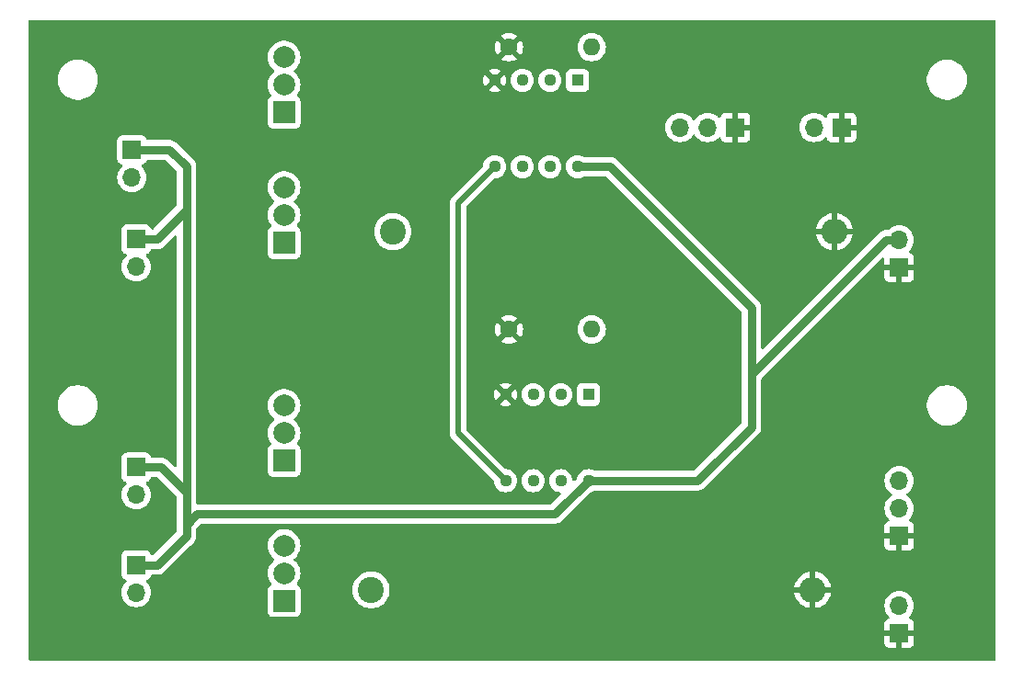
<source format=gbr>
%TF.GenerationSoftware,KiCad,Pcbnew,8.0.6*%
%TF.CreationDate,2025-01-20T16:12:01+00:00*%
%TF.ProjectId,custom_driver,63757374-6f6d-45f6-9472-697665722e6b,rev?*%
%TF.SameCoordinates,Original*%
%TF.FileFunction,Copper,L2,Bot*%
%TF.FilePolarity,Positive*%
%FSLAX46Y46*%
G04 Gerber Fmt 4.6, Leading zero omitted, Abs format (unit mm)*
G04 Created by KiCad (PCBNEW 8.0.6) date 2025-01-20 16:12:01*
%MOMM*%
%LPD*%
G01*
G04 APERTURE LIST*
%TA.AperFunction,ComponentPad*%
%ADD10R,2.000000X2.000000*%
%TD*%
%TA.AperFunction,ComponentPad*%
%ADD11C,2.000000*%
%TD*%
%TA.AperFunction,ComponentPad*%
%ADD12R,1.700000X1.700000*%
%TD*%
%TA.AperFunction,ComponentPad*%
%ADD13O,1.700000X1.700000*%
%TD*%
%TA.AperFunction,ComponentPad*%
%ADD14C,1.600000*%
%TD*%
%TA.AperFunction,ComponentPad*%
%ADD15O,1.600000X1.600000*%
%TD*%
%TA.AperFunction,ComponentPad*%
%ADD16R,1.130000X1.130000*%
%TD*%
%TA.AperFunction,ComponentPad*%
%ADD17C,1.130000*%
%TD*%
%TA.AperFunction,ComponentPad*%
%ADD18C,2.400000*%
%TD*%
%TA.AperFunction,ComponentPad*%
%ADD19O,2.400000X2.400000*%
%TD*%
%TA.AperFunction,Conductor*%
%ADD20C,0.800000*%
%TD*%
%TA.AperFunction,Conductor*%
%ADD21C,0.500000*%
%TD*%
G04 APERTURE END LIST*
D10*
%TO.P,Q4,1,G*%
%TO.N,G4*%
X119000000Y-71000000D03*
D11*
%TO.P,Q4,2,D*%
%TO.N,D4*%
X119000000Y-68460000D03*
%TO.P,Q4,3,S*%
%TO.N,S4*%
X119000000Y-65920000D03*
%TD*%
D12*
%TO.P,J9,1,Pin_1*%
%TO.N,+12V*%
X105000000Y-74460000D03*
D13*
%TO.P,J9,2,Pin_2*%
%TO.N,D4*%
X105000000Y-77000000D03*
%TD*%
D12*
%TO.P,J6,1,Pin_1*%
%TO.N,GND*%
X175600000Y-119000000D03*
D13*
%TO.P,J6,2,Pin_2*%
%TO.N,UVS*%
X175600000Y-116460000D03*
%TD*%
D12*
%TO.P,J8,1,Pin_1*%
%TO.N,+12V*%
X105400000Y-82700000D03*
D13*
%TO.P,J8,2,Pin_2*%
%TO.N,D2*%
X105400000Y-85240000D03*
%TD*%
D12*
%TO.P,J4,1,Pin_1*%
%TO.N,GND*%
X170300000Y-72400000D03*
D13*
%TO.P,J4,2,Pin_2*%
%TO.N,GRS*%
X167760000Y-72400000D03*
%TD*%
D14*
%TO.P,R3,1*%
%TO.N,GND*%
X139685000Y-91000000D03*
D15*
%TO.P,R3,2*%
%TO.N,S3*%
X147305000Y-91000000D03*
%TD*%
D12*
%TO.P,J1,1,Pin_1*%
%TO.N,+12V*%
X105400000Y-112700000D03*
D13*
%TO.P,J1,2,Pin_2*%
%TO.N,D1*%
X105400000Y-115240000D03*
%TD*%
D16*
%TO.P,U2,1*%
%TO.N,G4*%
X146000000Y-68060000D03*
D17*
%TO.P,U2,2*%
%TO.N,S4*%
X143460000Y-68060000D03*
%TO.P,U2,3*%
%TO.N,GRO*%
X140920000Y-68060000D03*
%TO.P,U2,4,GND*%
%TO.N,GND*%
X138380000Y-68060000D03*
%TO.P,U2,5*%
%TO.N,UVO*%
X138380000Y-76000000D03*
%TO.P,U2,6*%
%TO.N,S2*%
X140920000Y-76000000D03*
%TO.P,U2,7*%
%TO.N,G2*%
X143460000Y-76000000D03*
%TO.P,U2,8,V+*%
%TO.N,+12V*%
X146000000Y-76000000D03*
%TD*%
D12*
%TO.P,J7,1,Pin_1*%
%TO.N,GND*%
X175600000Y-110025000D03*
D13*
%TO.P,J7,2,Pin_2*%
%TO.N,UVS*%
X175600000Y-107485000D03*
%TO.P,J7,3,Pin_3*%
%TO.N,UVO*%
X175600000Y-104945000D03*
%TD*%
D12*
%TO.P,J3,1,Pin_1*%
%TO.N,GND*%
X175600000Y-85300000D03*
D13*
%TO.P,J3,2,Pin_2*%
%TO.N,+12V*%
X175600000Y-82760000D03*
%TD*%
D10*
%TO.P,Q1,1,G*%
%TO.N,G1*%
X119000000Y-116000000D03*
D11*
%TO.P,Q1,2,D*%
%TO.N,D1*%
X119000000Y-113460000D03*
%TO.P,Q1,3,S*%
%TO.N,S1*%
X119000000Y-110920000D03*
%TD*%
D10*
%TO.P,Q2,1,G*%
%TO.N,G2*%
X119000000Y-83000000D03*
D11*
%TO.P,Q2,2,D*%
%TO.N,D2*%
X119000000Y-80460000D03*
%TO.P,Q2,3,S*%
%TO.N,S2*%
X119000000Y-77920000D03*
%TD*%
D18*
%TO.P,R1,1*%
%TO.N,S1*%
X127000000Y-115000000D03*
D19*
%TO.P,R1,2*%
%TO.N,GND*%
X167640000Y-115000000D03*
%TD*%
D14*
%TO.P,R4,1*%
%TO.N,GND*%
X139685000Y-65000000D03*
D15*
%TO.P,R4,2*%
%TO.N,S4*%
X147305000Y-65000000D03*
%TD*%
D12*
%TO.P,J5,1,Pin_1*%
%TO.N,GND*%
X160525000Y-72400000D03*
D13*
%TO.P,J5,2,Pin_2*%
%TO.N,GRS*%
X157985000Y-72400000D03*
%TO.P,J5,3,Pin_3*%
%TO.N,GRO*%
X155445000Y-72400000D03*
%TD*%
D10*
%TO.P,Q3,1,G*%
%TO.N,G3*%
X119000000Y-103080000D03*
D11*
%TO.P,Q3,2,D*%
%TO.N,D3*%
X119000000Y-100540000D03*
%TO.P,Q3,3,S*%
%TO.N,S3*%
X119000000Y-98000000D03*
%TD*%
D16*
%TO.P,U1,1*%
%TO.N,G3*%
X147000000Y-97000000D03*
D17*
%TO.P,U1,2*%
%TO.N,S3*%
X144460000Y-97000000D03*
%TO.P,U1,3*%
%TO.N,GRO*%
X141920000Y-97000000D03*
%TO.P,U1,4,GND*%
%TO.N,GND*%
X139380000Y-97000000D03*
%TO.P,U1,5*%
%TO.N,UVO*%
X139380000Y-104940000D03*
%TO.P,U1,6*%
%TO.N,S1*%
X141920000Y-104940000D03*
%TO.P,U1,7*%
%TO.N,G1*%
X144460000Y-104940000D03*
%TO.P,U1,8,V+*%
%TO.N,+12V*%
X147000000Y-104940000D03*
%TD*%
D12*
%TO.P,J2,1,Pin_1*%
%TO.N,+12V*%
X105400000Y-103700000D03*
D13*
%TO.P,J2,2,Pin_2*%
%TO.N,D3*%
X105400000Y-106240000D03*
%TD*%
D18*
%TO.P,R2,1*%
%TO.N,S2*%
X129000000Y-82000000D03*
D19*
%TO.P,R2,2*%
%TO.N,GND*%
X169640000Y-82000000D03*
%TD*%
D20*
%TO.N,+12V*%
X146000000Y-76000000D02*
X149000000Y-76000000D01*
X149000000Y-76000000D02*
X162000000Y-89000000D01*
X162000000Y-89000000D02*
X162000000Y-96000000D01*
X143940000Y-108000000D02*
X147000000Y-104940000D01*
X110000000Y-109000000D02*
X111000000Y-108000000D01*
X110000000Y-109000000D02*
X110000000Y-107000000D01*
X110000000Y-110000000D02*
X110000000Y-109000000D01*
X111000000Y-108000000D02*
X143940000Y-108000000D01*
D21*
%TO.N,UVO*%
X135000000Y-100560000D02*
X139380000Y-104940000D01*
X135000000Y-79380000D02*
X135000000Y-100560000D01*
X138380000Y-76000000D02*
X135000000Y-79380000D01*
D20*
%TO.N,+12V*%
X110000000Y-80000000D02*
X110000000Y-107000000D01*
X110000000Y-107000000D02*
X110000000Y-106000000D01*
X110000000Y-106000000D02*
X107700000Y-103700000D01*
X107700000Y-103700000D02*
X105400000Y-103700000D01*
X107300000Y-112700000D02*
X110000000Y-110000000D01*
X105400000Y-112700000D02*
X107300000Y-112700000D01*
X107300000Y-82700000D02*
X105400000Y-82700000D01*
X110000000Y-76000000D02*
X110000000Y-80000000D01*
X108460000Y-74460000D02*
X110000000Y-76000000D01*
X105000000Y-74460000D02*
X108460000Y-74460000D01*
X110000000Y-80000000D02*
X107300000Y-82700000D01*
X162000000Y-96000000D02*
X162000000Y-100000000D01*
X162000000Y-95157919D02*
X162000000Y-96000000D01*
X162000000Y-100000000D02*
X157060000Y-104940000D01*
X174397919Y-82760000D02*
X162000000Y-95157919D01*
X175600000Y-82760000D02*
X174397919Y-82760000D01*
X157060000Y-104940000D02*
X147000000Y-104940000D01*
%TD*%
%TA.AperFunction,Conductor*%
%TO.N,GND*%
G36*
X184442539Y-62520185D02*
G01*
X184488294Y-62572989D01*
X184499500Y-62624500D01*
X184499500Y-121375500D01*
X184479815Y-121442539D01*
X184427011Y-121488294D01*
X184375500Y-121499500D01*
X95624500Y-121499500D01*
X95557461Y-121479815D01*
X95511706Y-121427011D01*
X95500500Y-121375500D01*
X95500500Y-97878711D01*
X98149500Y-97878711D01*
X98149500Y-98121288D01*
X98181161Y-98361785D01*
X98243947Y-98596104D01*
X98336773Y-98820205D01*
X98336776Y-98820212D01*
X98458064Y-99030289D01*
X98458066Y-99030292D01*
X98458067Y-99030293D01*
X98605733Y-99222736D01*
X98605739Y-99222743D01*
X98777256Y-99394260D01*
X98777262Y-99394265D01*
X98969711Y-99541936D01*
X99179788Y-99663224D01*
X99403900Y-99756054D01*
X99638211Y-99818838D01*
X99818586Y-99842584D01*
X99878711Y-99850500D01*
X99878712Y-99850500D01*
X100121289Y-99850500D01*
X100169388Y-99844167D01*
X100361789Y-99818838D01*
X100596100Y-99756054D01*
X100820212Y-99663224D01*
X101030289Y-99541936D01*
X101222738Y-99394265D01*
X101394265Y-99222738D01*
X101541936Y-99030289D01*
X101663224Y-98820212D01*
X101756054Y-98596100D01*
X101818838Y-98361789D01*
X101850500Y-98121288D01*
X101850500Y-97878712D01*
X101818838Y-97638211D01*
X101756054Y-97403900D01*
X101663224Y-97179788D01*
X101541936Y-96969711D01*
X101394265Y-96777262D01*
X101394260Y-96777256D01*
X101222743Y-96605739D01*
X101222736Y-96605733D01*
X101030293Y-96458067D01*
X101030292Y-96458066D01*
X101030289Y-96458064D01*
X100820212Y-96336776D01*
X100797859Y-96327517D01*
X100596104Y-96243947D01*
X100404733Y-96192669D01*
X100361789Y-96181162D01*
X100361788Y-96181161D01*
X100361785Y-96181161D01*
X100121289Y-96149500D01*
X100121288Y-96149500D01*
X99878712Y-96149500D01*
X99878711Y-96149500D01*
X99638214Y-96181161D01*
X99403895Y-96243947D01*
X99179794Y-96336773D01*
X99179785Y-96336777D01*
X98969706Y-96458067D01*
X98777263Y-96605733D01*
X98777256Y-96605739D01*
X98605739Y-96777256D01*
X98605733Y-96777263D01*
X98458067Y-96969706D01*
X98336777Y-97179785D01*
X98336773Y-97179794D01*
X98243947Y-97403895D01*
X98181161Y-97638214D01*
X98149500Y-97878711D01*
X95500500Y-97878711D01*
X95500500Y-76999999D01*
X103644341Y-76999999D01*
X103644341Y-77000000D01*
X103664936Y-77235403D01*
X103664938Y-77235413D01*
X103726094Y-77463655D01*
X103726096Y-77463659D01*
X103726097Y-77463663D01*
X103823328Y-77672175D01*
X103825965Y-77677830D01*
X103825967Y-77677834D01*
X103934281Y-77832521D01*
X103961505Y-77871401D01*
X104128599Y-78038495D01*
X104225384Y-78106265D01*
X104322165Y-78174032D01*
X104322167Y-78174033D01*
X104322170Y-78174035D01*
X104536337Y-78273903D01*
X104764592Y-78335063D01*
X104952918Y-78351539D01*
X104999999Y-78355659D01*
X105000000Y-78355659D01*
X105000001Y-78355659D01*
X105039234Y-78352226D01*
X105235408Y-78335063D01*
X105463663Y-78273903D01*
X105677830Y-78174035D01*
X105871401Y-78038495D01*
X106038495Y-77871401D01*
X106174035Y-77677830D01*
X106273903Y-77463663D01*
X106335063Y-77235408D01*
X106355659Y-77000000D01*
X106335063Y-76764592D01*
X106273903Y-76536337D01*
X106174035Y-76322171D01*
X106094705Y-76208876D01*
X106038496Y-76128600D01*
X106038495Y-76128599D01*
X105916567Y-76006671D01*
X105883084Y-75945351D01*
X105888068Y-75875659D01*
X105929939Y-75819725D01*
X105960915Y-75802810D01*
X106092331Y-75753796D01*
X106207546Y-75667546D01*
X106293796Y-75552331D01*
X106301149Y-75532615D01*
X106335258Y-75441167D01*
X106377129Y-75385233D01*
X106442593Y-75360816D01*
X106451440Y-75360500D01*
X108035638Y-75360500D01*
X108102677Y-75380185D01*
X108123319Y-75396819D01*
X109063181Y-76336681D01*
X109096666Y-76398004D01*
X109099500Y-76424362D01*
X109099500Y-79575638D01*
X109079815Y-79642677D01*
X109063181Y-79663319D01*
X106963319Y-81763181D01*
X106901996Y-81796666D01*
X106875638Y-81799500D01*
X106851440Y-81799500D01*
X106784401Y-81779815D01*
X106738646Y-81727011D01*
X106735258Y-81718833D01*
X106693797Y-81607671D01*
X106693793Y-81607664D01*
X106607547Y-81492455D01*
X106607544Y-81492452D01*
X106492335Y-81406206D01*
X106492328Y-81406202D01*
X106357482Y-81355908D01*
X106357483Y-81355908D01*
X106297883Y-81349501D01*
X106297881Y-81349500D01*
X106297873Y-81349500D01*
X106297864Y-81349500D01*
X104502129Y-81349500D01*
X104502123Y-81349501D01*
X104442516Y-81355908D01*
X104307671Y-81406202D01*
X104307664Y-81406206D01*
X104192455Y-81492452D01*
X104192452Y-81492455D01*
X104106206Y-81607664D01*
X104106202Y-81607671D01*
X104055908Y-81742517D01*
X104049501Y-81802116D01*
X104049500Y-81802135D01*
X104049500Y-83597870D01*
X104049501Y-83597876D01*
X104055908Y-83657483D01*
X104106202Y-83792328D01*
X104106206Y-83792335D01*
X104192452Y-83907544D01*
X104192455Y-83907547D01*
X104307664Y-83993793D01*
X104307671Y-83993797D01*
X104439081Y-84042810D01*
X104495015Y-84084681D01*
X104519432Y-84150145D01*
X104504580Y-84218418D01*
X104483430Y-84246673D01*
X104361503Y-84368600D01*
X104225965Y-84562169D01*
X104225964Y-84562171D01*
X104126098Y-84776335D01*
X104126094Y-84776344D01*
X104064938Y-85004586D01*
X104064936Y-85004596D01*
X104044341Y-85239999D01*
X104044341Y-85240000D01*
X104064936Y-85475403D01*
X104064938Y-85475413D01*
X104126094Y-85703655D01*
X104126096Y-85703659D01*
X104126097Y-85703663D01*
X104171020Y-85800000D01*
X104225965Y-85917830D01*
X104225967Y-85917834D01*
X104334281Y-86072521D01*
X104361505Y-86111401D01*
X104528599Y-86278495D01*
X104625384Y-86346265D01*
X104722165Y-86414032D01*
X104722167Y-86414033D01*
X104722170Y-86414035D01*
X104936337Y-86513903D01*
X105164592Y-86575063D01*
X105352918Y-86591539D01*
X105399999Y-86595659D01*
X105400000Y-86595659D01*
X105400001Y-86595659D01*
X105439234Y-86592226D01*
X105635408Y-86575063D01*
X105863663Y-86513903D01*
X106077830Y-86414035D01*
X106271401Y-86278495D01*
X106438495Y-86111401D01*
X106574035Y-85917830D01*
X106673903Y-85703663D01*
X106735063Y-85475408D01*
X106755659Y-85240000D01*
X106735063Y-85004592D01*
X106673903Y-84776337D01*
X106574035Y-84562171D01*
X106530851Y-84500498D01*
X106438496Y-84368600D01*
X106412516Y-84342620D01*
X106316567Y-84246671D01*
X106283084Y-84185351D01*
X106288068Y-84115659D01*
X106329939Y-84059725D01*
X106360915Y-84042810D01*
X106492331Y-83993796D01*
X106607546Y-83907546D01*
X106693796Y-83792331D01*
X106708200Y-83753713D01*
X106735258Y-83681167D01*
X106777129Y-83625233D01*
X106842593Y-83600816D01*
X106851440Y-83600500D01*
X107388693Y-83600500D01*
X107388694Y-83600499D01*
X107562666Y-83565895D01*
X107644606Y-83531953D01*
X107726547Y-83498013D01*
X107816617Y-83437830D01*
X107874036Y-83399464D01*
X108887819Y-82385679D01*
X108949142Y-82352195D01*
X109018833Y-82357179D01*
X109074767Y-82399050D01*
X109099184Y-82464515D01*
X109099500Y-82473361D01*
X109099500Y-103526638D01*
X109079815Y-103593677D01*
X109027011Y-103639432D01*
X108957853Y-103649376D01*
X108894297Y-103620351D01*
X108887819Y-103614319D01*
X108274035Y-103000535D01*
X108274030Y-103000531D01*
X108214961Y-102961064D01*
X108214960Y-102961063D01*
X108126544Y-102901985D01*
X108126542Y-102901984D01*
X108044607Y-102868046D01*
X108044606Y-102868046D01*
X107962666Y-102834105D01*
X107962658Y-102834103D01*
X107788696Y-102799500D01*
X107788692Y-102799500D01*
X107788691Y-102799500D01*
X106851440Y-102799500D01*
X106784401Y-102779815D01*
X106738646Y-102727011D01*
X106735258Y-102718833D01*
X106693797Y-102607671D01*
X106693793Y-102607664D01*
X106607547Y-102492455D01*
X106607544Y-102492452D01*
X106492335Y-102406206D01*
X106492328Y-102406202D01*
X106357482Y-102355908D01*
X106357483Y-102355908D01*
X106297883Y-102349501D01*
X106297881Y-102349500D01*
X106297873Y-102349500D01*
X106297864Y-102349500D01*
X104502129Y-102349500D01*
X104502123Y-102349501D01*
X104442516Y-102355908D01*
X104307671Y-102406202D01*
X104307664Y-102406206D01*
X104192455Y-102492452D01*
X104192452Y-102492455D01*
X104106206Y-102607664D01*
X104106202Y-102607671D01*
X104055908Y-102742517D01*
X104049501Y-102802116D01*
X104049500Y-102802135D01*
X104049500Y-104597870D01*
X104049501Y-104597876D01*
X104055908Y-104657483D01*
X104106202Y-104792328D01*
X104106206Y-104792335D01*
X104192452Y-104907544D01*
X104192455Y-104907547D01*
X104307664Y-104993793D01*
X104307671Y-104993797D01*
X104439081Y-105042810D01*
X104495015Y-105084681D01*
X104519432Y-105150145D01*
X104504580Y-105218418D01*
X104483430Y-105246673D01*
X104361503Y-105368600D01*
X104225965Y-105562169D01*
X104225964Y-105562171D01*
X104126098Y-105776335D01*
X104126094Y-105776344D01*
X104064938Y-106004586D01*
X104064936Y-106004596D01*
X104044341Y-106239999D01*
X104044341Y-106240000D01*
X104064936Y-106475403D01*
X104064938Y-106475413D01*
X104126094Y-106703655D01*
X104126096Y-106703659D01*
X104126097Y-106703663D01*
X104174363Y-106807169D01*
X104225965Y-106917830D01*
X104225967Y-106917834D01*
X104266346Y-106975500D01*
X104361505Y-107111401D01*
X104528599Y-107278495D01*
X104625384Y-107346265D01*
X104722165Y-107414032D01*
X104722167Y-107414033D01*
X104722170Y-107414035D01*
X104936337Y-107513903D01*
X105164592Y-107575063D01*
X105352918Y-107591539D01*
X105399999Y-107595659D01*
X105400000Y-107595659D01*
X105400001Y-107595659D01*
X105439234Y-107592226D01*
X105635408Y-107575063D01*
X105863663Y-107513903D01*
X106077830Y-107414035D01*
X106271401Y-107278495D01*
X106438495Y-107111401D01*
X106574035Y-106917830D01*
X106673903Y-106703663D01*
X106735063Y-106475408D01*
X106755659Y-106240000D01*
X106735063Y-106004592D01*
X106673903Y-105776337D01*
X106574035Y-105562171D01*
X106554887Y-105534825D01*
X106438496Y-105368600D01*
X106419618Y-105349722D01*
X106316567Y-105246671D01*
X106283084Y-105185351D01*
X106288068Y-105115659D01*
X106329939Y-105059725D01*
X106360915Y-105042810D01*
X106492331Y-104993796D01*
X106607546Y-104907546D01*
X106693796Y-104792331D01*
X106724410Y-104710251D01*
X106735258Y-104681167D01*
X106777129Y-104625233D01*
X106842593Y-104600816D01*
X106851440Y-104600500D01*
X107275638Y-104600500D01*
X107342677Y-104620185D01*
X107363319Y-104636819D01*
X109063181Y-106336681D01*
X109096666Y-106398004D01*
X109099500Y-106424362D01*
X109099500Y-109575638D01*
X109079815Y-109642677D01*
X109063181Y-109663319D01*
X106963319Y-111763181D01*
X106901996Y-111796666D01*
X106875638Y-111799500D01*
X106851440Y-111799500D01*
X106784401Y-111779815D01*
X106738646Y-111727011D01*
X106735258Y-111718833D01*
X106693797Y-111607671D01*
X106693793Y-111607664D01*
X106607547Y-111492455D01*
X106607544Y-111492452D01*
X106492335Y-111406206D01*
X106492328Y-111406202D01*
X106357482Y-111355908D01*
X106357483Y-111355908D01*
X106297883Y-111349501D01*
X106297881Y-111349500D01*
X106297873Y-111349500D01*
X106297864Y-111349500D01*
X104502129Y-111349500D01*
X104502123Y-111349501D01*
X104442516Y-111355908D01*
X104307671Y-111406202D01*
X104307664Y-111406206D01*
X104192455Y-111492452D01*
X104192452Y-111492455D01*
X104106206Y-111607664D01*
X104106202Y-111607671D01*
X104055908Y-111742517D01*
X104049501Y-111802116D01*
X104049500Y-111802135D01*
X104049500Y-113597870D01*
X104049501Y-113597876D01*
X104055908Y-113657483D01*
X104106202Y-113792328D01*
X104106206Y-113792335D01*
X104192452Y-113907544D01*
X104192455Y-113907547D01*
X104307664Y-113993793D01*
X104307671Y-113993797D01*
X104439081Y-114042810D01*
X104495015Y-114084681D01*
X104519432Y-114150145D01*
X104504580Y-114218418D01*
X104483430Y-114246673D01*
X104361503Y-114368600D01*
X104225965Y-114562169D01*
X104225964Y-114562171D01*
X104126098Y-114776335D01*
X104126094Y-114776344D01*
X104064938Y-115004586D01*
X104064936Y-115004596D01*
X104044341Y-115239999D01*
X104044341Y-115240000D01*
X104064936Y-115475403D01*
X104064938Y-115475413D01*
X104126094Y-115703655D01*
X104126096Y-115703659D01*
X104126097Y-115703663D01*
X104142888Y-115739671D01*
X104225965Y-115917830D01*
X104225967Y-115917834D01*
X104280936Y-115996337D01*
X104361505Y-116111401D01*
X104528599Y-116278495D01*
X104625384Y-116346265D01*
X104722165Y-116414032D01*
X104722167Y-116414033D01*
X104722170Y-116414035D01*
X104936337Y-116513903D01*
X105164592Y-116575063D01*
X105352918Y-116591539D01*
X105399999Y-116595659D01*
X105400000Y-116595659D01*
X105400001Y-116595659D01*
X105439234Y-116592226D01*
X105635408Y-116575063D01*
X105863663Y-116513903D01*
X106077830Y-116414035D01*
X106271401Y-116278495D01*
X106438495Y-116111401D01*
X106574035Y-115917830D01*
X106673903Y-115703663D01*
X106735063Y-115475408D01*
X106755659Y-115240000D01*
X106735063Y-115004592D01*
X106673903Y-114776337D01*
X106574035Y-114562171D01*
X106568059Y-114553637D01*
X106438496Y-114368600D01*
X106438495Y-114368599D01*
X106316567Y-114246671D01*
X106283084Y-114185351D01*
X106288068Y-114115659D01*
X106329939Y-114059725D01*
X106360915Y-114042810D01*
X106492331Y-113993796D01*
X106607546Y-113907546D01*
X106693796Y-113792331D01*
X106725315Y-113707824D01*
X106735258Y-113681167D01*
X106777129Y-113625233D01*
X106842593Y-113600816D01*
X106851440Y-113600500D01*
X107388693Y-113600500D01*
X107388694Y-113600499D01*
X107562666Y-113565895D01*
X107644606Y-113531953D01*
X107726547Y-113498013D01*
X107726549Y-113498011D01*
X107726552Y-113498010D01*
X107814955Y-113438939D01*
X107814955Y-113438938D01*
X107814959Y-113438936D01*
X107874036Y-113399464D01*
X110353505Y-110919994D01*
X117494357Y-110919994D01*
X117494357Y-110920005D01*
X117514890Y-111167812D01*
X117514892Y-111167824D01*
X117575936Y-111408881D01*
X117675826Y-111636606D01*
X117811833Y-111844782D01*
X117811836Y-111844785D01*
X117980256Y-112027738D01*
X118063008Y-112092147D01*
X118103821Y-112148857D01*
X118107496Y-112218630D01*
X118072864Y-112279313D01*
X118063014Y-112287848D01*
X118004400Y-112333469D01*
X117980257Y-112352261D01*
X117811833Y-112535217D01*
X117675826Y-112743393D01*
X117575936Y-112971118D01*
X117514892Y-113212175D01*
X117514890Y-113212187D01*
X117494357Y-113459994D01*
X117494357Y-113460005D01*
X117514890Y-113707812D01*
X117514892Y-113707824D01*
X117575936Y-113948881D01*
X117675825Y-114176603D01*
X117675827Y-114176607D01*
X117806742Y-114376988D01*
X117826929Y-114443877D01*
X117807749Y-114511063D01*
X117762367Y-114553637D01*
X117757670Y-114556201D01*
X117642455Y-114642452D01*
X117642452Y-114642455D01*
X117556206Y-114757664D01*
X117556202Y-114757671D01*
X117505908Y-114892517D01*
X117499501Y-114952116D01*
X117499501Y-114952123D01*
X117499500Y-114952135D01*
X117499500Y-117047870D01*
X117499501Y-117047876D01*
X117505908Y-117107483D01*
X117556202Y-117242328D01*
X117556206Y-117242335D01*
X117642452Y-117357544D01*
X117642455Y-117357547D01*
X117757664Y-117443793D01*
X117757671Y-117443797D01*
X117892517Y-117494091D01*
X117892516Y-117494091D01*
X117899444Y-117494835D01*
X117952127Y-117500500D01*
X120047872Y-117500499D01*
X120107483Y-117494091D01*
X120242331Y-117443796D01*
X120357546Y-117357546D01*
X120443796Y-117242331D01*
X120494091Y-117107483D01*
X120500500Y-117047873D01*
X120500499Y-114999995D01*
X125294732Y-114999995D01*
X125294732Y-115000004D01*
X125313777Y-115254154D01*
X125321037Y-115285964D01*
X125370492Y-115502637D01*
X125463607Y-115739888D01*
X125591041Y-115960612D01*
X125749950Y-116159877D01*
X125936783Y-116333232D01*
X126147366Y-116476805D01*
X126147371Y-116476807D01*
X126147372Y-116476808D01*
X126147373Y-116476809D01*
X126269328Y-116535538D01*
X126376992Y-116587387D01*
X126376993Y-116587387D01*
X126376996Y-116587389D01*
X126620542Y-116662513D01*
X126872565Y-116700500D01*
X127127435Y-116700500D01*
X127379458Y-116662513D01*
X127623004Y-116587389D01*
X127852634Y-116476805D01*
X128063217Y-116333232D01*
X128250050Y-116159877D01*
X128408959Y-115960612D01*
X128536393Y-115739888D01*
X128629508Y-115502637D01*
X128686222Y-115254157D01*
X128695905Y-115124938D01*
X128705268Y-115000004D01*
X128705268Y-114999995D01*
X128687108Y-114757664D01*
X128686534Y-114750000D01*
X165953968Y-114750000D01*
X167091518Y-114750000D01*
X167080889Y-114768409D01*
X167040000Y-114921009D01*
X167040000Y-115078991D01*
X167080889Y-115231591D01*
X167091518Y-115250000D01*
X165953968Y-115250000D01*
X165954274Y-115254079D01*
X165954275Y-115254086D01*
X166010967Y-115502475D01*
X166010973Y-115502494D01*
X166104058Y-115739671D01*
X166104057Y-115739671D01*
X166231455Y-115960328D01*
X166390320Y-116159540D01*
X166577097Y-116332842D01*
X166787616Y-116476371D01*
X166787624Y-116476376D01*
X167017176Y-116586921D01*
X167017174Y-116586921D01*
X167260652Y-116662024D01*
X167260660Y-116662026D01*
X167390000Y-116681520D01*
X167390000Y-115548482D01*
X167408409Y-115559111D01*
X167561009Y-115600000D01*
X167718991Y-115600000D01*
X167871591Y-115559111D01*
X167890000Y-115548482D01*
X167890000Y-116681519D01*
X168019339Y-116662026D01*
X168019347Y-116662024D01*
X168262824Y-116586921D01*
X168492376Y-116476376D01*
X168492377Y-116476375D01*
X168516396Y-116459999D01*
X174244341Y-116459999D01*
X174244341Y-116460000D01*
X174264936Y-116695403D01*
X174264938Y-116695413D01*
X174326094Y-116923655D01*
X174326096Y-116923659D01*
X174326097Y-116923663D01*
X174411814Y-117107483D01*
X174425965Y-117137830D01*
X174425967Y-117137834D01*
X174499135Y-117242328D01*
X174561501Y-117331396D01*
X174561506Y-117331402D01*
X174683818Y-117453714D01*
X174717303Y-117515037D01*
X174712319Y-117584729D01*
X174670447Y-117640662D01*
X174639471Y-117657577D01*
X174507912Y-117706646D01*
X174507906Y-117706649D01*
X174392812Y-117792809D01*
X174392809Y-117792812D01*
X174306649Y-117907906D01*
X174306645Y-117907913D01*
X174256403Y-118042620D01*
X174256401Y-118042627D01*
X174250000Y-118102155D01*
X174250000Y-118750000D01*
X175166988Y-118750000D01*
X175134075Y-118807007D01*
X175100000Y-118934174D01*
X175100000Y-119065826D01*
X175134075Y-119192993D01*
X175166988Y-119250000D01*
X174250000Y-119250000D01*
X174250000Y-119897844D01*
X174256401Y-119957372D01*
X174256403Y-119957379D01*
X174306645Y-120092086D01*
X174306649Y-120092093D01*
X174392809Y-120207187D01*
X174392812Y-120207190D01*
X174507906Y-120293350D01*
X174507913Y-120293354D01*
X174642620Y-120343596D01*
X174642627Y-120343598D01*
X174702155Y-120349999D01*
X174702172Y-120350000D01*
X175350000Y-120350000D01*
X175350000Y-119433012D01*
X175407007Y-119465925D01*
X175534174Y-119500000D01*
X175665826Y-119500000D01*
X175792993Y-119465925D01*
X175850000Y-119433012D01*
X175850000Y-120350000D01*
X176497828Y-120350000D01*
X176497844Y-120349999D01*
X176557372Y-120343598D01*
X176557379Y-120343596D01*
X176692086Y-120293354D01*
X176692093Y-120293350D01*
X176807187Y-120207190D01*
X176807190Y-120207187D01*
X176893350Y-120092093D01*
X176893354Y-120092086D01*
X176943596Y-119957379D01*
X176943598Y-119957372D01*
X176949999Y-119897844D01*
X176950000Y-119897827D01*
X176950000Y-119250000D01*
X176033012Y-119250000D01*
X176065925Y-119192993D01*
X176100000Y-119065826D01*
X176100000Y-118934174D01*
X176065925Y-118807007D01*
X176033012Y-118750000D01*
X176950000Y-118750000D01*
X176950000Y-118102172D01*
X176949999Y-118102155D01*
X176943598Y-118042627D01*
X176943596Y-118042620D01*
X176893354Y-117907913D01*
X176893350Y-117907906D01*
X176807190Y-117792812D01*
X176807187Y-117792809D01*
X176692093Y-117706649D01*
X176692088Y-117706646D01*
X176560528Y-117657577D01*
X176504595Y-117615705D01*
X176480178Y-117550241D01*
X176495030Y-117481968D01*
X176516175Y-117453720D01*
X176638495Y-117331401D01*
X176774035Y-117137830D01*
X176873903Y-116923663D01*
X176935063Y-116695408D01*
X176955659Y-116460000D01*
X176935063Y-116224592D01*
X176873903Y-115996337D01*
X176774035Y-115782171D01*
X176744429Y-115739888D01*
X176638494Y-115588597D01*
X176471402Y-115421506D01*
X176471395Y-115421501D01*
X176277834Y-115285967D01*
X176277830Y-115285965D01*
X176277828Y-115285964D01*
X176063663Y-115186097D01*
X176063659Y-115186096D01*
X176063655Y-115186094D01*
X175835413Y-115124938D01*
X175835403Y-115124936D01*
X175600001Y-115104341D01*
X175599999Y-115104341D01*
X175364596Y-115124936D01*
X175364586Y-115124938D01*
X175136344Y-115186094D01*
X175136335Y-115186098D01*
X174922171Y-115285964D01*
X174922169Y-115285965D01*
X174728597Y-115421505D01*
X174561505Y-115588597D01*
X174425965Y-115782169D01*
X174425964Y-115782171D01*
X174326098Y-115996335D01*
X174326094Y-115996344D01*
X174264938Y-116224586D01*
X174264936Y-116224596D01*
X174244341Y-116459999D01*
X168516396Y-116459999D01*
X168702905Y-116332840D01*
X168889679Y-116159540D01*
X169048544Y-115960328D01*
X169175941Y-115739671D01*
X169269026Y-115502494D01*
X169269032Y-115502475D01*
X169325724Y-115254086D01*
X169325725Y-115254079D01*
X169326032Y-115250000D01*
X168188482Y-115250000D01*
X168199111Y-115231591D01*
X168240000Y-115078991D01*
X168240000Y-114921009D01*
X168199111Y-114768409D01*
X168188482Y-114750000D01*
X169326031Y-114750000D01*
X169325725Y-114745920D01*
X169325724Y-114745913D01*
X169269032Y-114497524D01*
X169269026Y-114497505D01*
X169175941Y-114260328D01*
X169175942Y-114260328D01*
X169048544Y-114039671D01*
X168889679Y-113840459D01*
X168702905Y-113667159D01*
X168492377Y-113523624D01*
X168492376Y-113523623D01*
X168262823Y-113413078D01*
X168262825Y-113413078D01*
X168019354Y-113337977D01*
X168019348Y-113337976D01*
X167890000Y-113318479D01*
X167890000Y-114451517D01*
X167871591Y-114440889D01*
X167718991Y-114400000D01*
X167561009Y-114400000D01*
X167408409Y-114440889D01*
X167390000Y-114451517D01*
X167390000Y-113318479D01*
X167260651Y-113337976D01*
X167260645Y-113337977D01*
X167017175Y-113413078D01*
X166787624Y-113523623D01*
X166787616Y-113523628D01*
X166577097Y-113667157D01*
X166390320Y-113840459D01*
X166231455Y-114039671D01*
X166104058Y-114260328D01*
X166010973Y-114497505D01*
X166010967Y-114497524D01*
X165954275Y-114745913D01*
X165954274Y-114745920D01*
X165953968Y-114750000D01*
X128686534Y-114750000D01*
X128686222Y-114745843D01*
X128629508Y-114497363D01*
X128536393Y-114260112D01*
X128408959Y-114039388D01*
X128250050Y-113840123D01*
X128063217Y-113666768D01*
X127852634Y-113523195D01*
X127852630Y-113523193D01*
X127852627Y-113523191D01*
X127852626Y-113523190D01*
X127623006Y-113412612D01*
X127623008Y-113412612D01*
X127379466Y-113337489D01*
X127379462Y-113337488D01*
X127379458Y-113337487D01*
X127253350Y-113318479D01*
X127127440Y-113299500D01*
X127127435Y-113299500D01*
X126872565Y-113299500D01*
X126872559Y-113299500D01*
X126715609Y-113323157D01*
X126620542Y-113337487D01*
X126620539Y-113337488D01*
X126620533Y-113337489D01*
X126376992Y-113412612D01*
X126147373Y-113523190D01*
X126147372Y-113523191D01*
X125936782Y-113666768D01*
X125749952Y-113840121D01*
X125749950Y-113840123D01*
X125591041Y-114039388D01*
X125463608Y-114260109D01*
X125370492Y-114497362D01*
X125370490Y-114497369D01*
X125313777Y-114745845D01*
X125294732Y-114999995D01*
X120500499Y-114999995D01*
X120500499Y-114952128D01*
X120494091Y-114892517D01*
X120450761Y-114776344D01*
X120443797Y-114757671D01*
X120443793Y-114757664D01*
X120357547Y-114642455D01*
X120357544Y-114642452D01*
X120242332Y-114556204D01*
X120237635Y-114553639D01*
X120188232Y-114504232D01*
X120173382Y-114435958D01*
X120193257Y-114376989D01*
X120324173Y-114176607D01*
X120424063Y-113948881D01*
X120485108Y-113707821D01*
X120487317Y-113681167D01*
X120505643Y-113460005D01*
X120505643Y-113459994D01*
X120485109Y-113212187D01*
X120485107Y-113212175D01*
X120424063Y-112971118D01*
X120324173Y-112743393D01*
X120188166Y-112535217D01*
X120166557Y-112511744D01*
X120019744Y-112352262D01*
X119936991Y-112287852D01*
X119896179Y-112231143D01*
X119892504Y-112161370D01*
X119927136Y-112100687D01*
X119936985Y-112092151D01*
X120019744Y-112027738D01*
X120188164Y-111844785D01*
X120324173Y-111636607D01*
X120424063Y-111408881D01*
X120485108Y-111167821D01*
X120485109Y-111167812D01*
X120505643Y-110920005D01*
X120505643Y-110919994D01*
X120485109Y-110672187D01*
X120485107Y-110672175D01*
X120424063Y-110431118D01*
X120324173Y-110203393D01*
X120188166Y-109995217D01*
X120110922Y-109911308D01*
X120019744Y-109812262D01*
X119823509Y-109659526D01*
X119823507Y-109659525D01*
X119823506Y-109659524D01*
X119604811Y-109541172D01*
X119604802Y-109541169D01*
X119369616Y-109460429D01*
X119124335Y-109419500D01*
X118875665Y-109419500D01*
X118630383Y-109460429D01*
X118395197Y-109541169D01*
X118395188Y-109541172D01*
X118176493Y-109659524D01*
X117980257Y-109812261D01*
X117811833Y-109995217D01*
X117675826Y-110203393D01*
X117575936Y-110431118D01*
X117514892Y-110672175D01*
X117514890Y-110672187D01*
X117494357Y-110919994D01*
X110353505Y-110919994D01*
X110699464Y-110574035D01*
X110784957Y-110446086D01*
X110798013Y-110426547D01*
X110817895Y-110378547D01*
X110865895Y-110262666D01*
X110900500Y-110088691D01*
X110900500Y-109911308D01*
X110900500Y-109424361D01*
X110920185Y-109357322D01*
X110936819Y-109336680D01*
X111336680Y-108936819D01*
X111398003Y-108903334D01*
X111424361Y-108900500D01*
X144028693Y-108900500D01*
X144028694Y-108900499D01*
X144202666Y-108865895D01*
X144284606Y-108831953D01*
X144366547Y-108798013D01*
X144457359Y-108737334D01*
X144465868Y-108731649D01*
X144476251Y-108724710D01*
X144514036Y-108699464D01*
X147207786Y-106005711D01*
X147259466Y-105974735D01*
X147409722Y-105929156D01*
X147548193Y-105855142D01*
X147606646Y-105840500D01*
X157148693Y-105840500D01*
X157148694Y-105840499D01*
X157322666Y-105805895D01*
X157418772Y-105766086D01*
X157486547Y-105738013D01*
X157600820Y-105661658D01*
X157634036Y-105639464D01*
X158328501Y-104944999D01*
X174244341Y-104944999D01*
X174244341Y-104945000D01*
X174264936Y-105180403D01*
X174264938Y-105180413D01*
X174326094Y-105408655D01*
X174326096Y-105408659D01*
X174326097Y-105408663D01*
X174397678Y-105562169D01*
X174425965Y-105622830D01*
X174425967Y-105622834D01*
X174561501Y-105816395D01*
X174561506Y-105816402D01*
X174728597Y-105983493D01*
X174728603Y-105983498D01*
X174914158Y-106113425D01*
X174957783Y-106168002D01*
X174964977Y-106237500D01*
X174933454Y-106299855D01*
X174914158Y-106316575D01*
X174728597Y-106446505D01*
X174561505Y-106613597D01*
X174425965Y-106807169D01*
X174425964Y-106807171D01*
X174326098Y-107021335D01*
X174326094Y-107021344D01*
X174264938Y-107249586D01*
X174264936Y-107249596D01*
X174244341Y-107484999D01*
X174244341Y-107485000D01*
X174264936Y-107720403D01*
X174264938Y-107720413D01*
X174326094Y-107948655D01*
X174326096Y-107948659D01*
X174326097Y-107948663D01*
X174425965Y-108162830D01*
X174425967Y-108162834D01*
X174534281Y-108317521D01*
X174561501Y-108356396D01*
X174561506Y-108356402D01*
X174683818Y-108478714D01*
X174717303Y-108540037D01*
X174712319Y-108609729D01*
X174670447Y-108665662D01*
X174639471Y-108682577D01*
X174507912Y-108731646D01*
X174507906Y-108731649D01*
X174392812Y-108817809D01*
X174392809Y-108817812D01*
X174306649Y-108932906D01*
X174306645Y-108932913D01*
X174256403Y-109067620D01*
X174256401Y-109067627D01*
X174250000Y-109127155D01*
X174250000Y-109775000D01*
X175166988Y-109775000D01*
X175134075Y-109832007D01*
X175100000Y-109959174D01*
X175100000Y-110090826D01*
X175134075Y-110217993D01*
X175166988Y-110275000D01*
X174250000Y-110275000D01*
X174250000Y-110922844D01*
X174256401Y-110982372D01*
X174256403Y-110982379D01*
X174306645Y-111117086D01*
X174306649Y-111117093D01*
X174392809Y-111232187D01*
X174392812Y-111232190D01*
X174507906Y-111318350D01*
X174507913Y-111318354D01*
X174642620Y-111368596D01*
X174642627Y-111368598D01*
X174702155Y-111374999D01*
X174702172Y-111375000D01*
X175350000Y-111375000D01*
X175350000Y-110458012D01*
X175407007Y-110490925D01*
X175534174Y-110525000D01*
X175665826Y-110525000D01*
X175792993Y-110490925D01*
X175850000Y-110458012D01*
X175850000Y-111375000D01*
X176497828Y-111375000D01*
X176497844Y-111374999D01*
X176557372Y-111368598D01*
X176557379Y-111368596D01*
X176692086Y-111318354D01*
X176692093Y-111318350D01*
X176807187Y-111232190D01*
X176807190Y-111232187D01*
X176893350Y-111117093D01*
X176893354Y-111117086D01*
X176943596Y-110982379D01*
X176943598Y-110982372D01*
X176949999Y-110922844D01*
X176950000Y-110922827D01*
X176950000Y-110275000D01*
X176033012Y-110275000D01*
X176065925Y-110217993D01*
X176100000Y-110090826D01*
X176100000Y-109959174D01*
X176065925Y-109832007D01*
X176033012Y-109775000D01*
X176950000Y-109775000D01*
X176950000Y-109127172D01*
X176949999Y-109127155D01*
X176943598Y-109067627D01*
X176943596Y-109067620D01*
X176893354Y-108932913D01*
X176893350Y-108932906D01*
X176807190Y-108817812D01*
X176807187Y-108817809D01*
X176692093Y-108731649D01*
X176692088Y-108731646D01*
X176560528Y-108682577D01*
X176504595Y-108640705D01*
X176480178Y-108575241D01*
X176495030Y-108506968D01*
X176516175Y-108478720D01*
X176638495Y-108356401D01*
X176774035Y-108162830D01*
X176873903Y-107948663D01*
X176935063Y-107720408D01*
X176955659Y-107485000D01*
X176935063Y-107249592D01*
X176873903Y-107021337D01*
X176774035Y-106807171D01*
X176701559Y-106703663D01*
X176638494Y-106613597D01*
X176471402Y-106446506D01*
X176471396Y-106446501D01*
X176285842Y-106316575D01*
X176242217Y-106261998D01*
X176235023Y-106192500D01*
X176266546Y-106130145D01*
X176285842Y-106113425D01*
X176325423Y-106085710D01*
X176471401Y-105983495D01*
X176638495Y-105816401D01*
X176774035Y-105622830D01*
X176873903Y-105408663D01*
X176935063Y-105180408D01*
X176955659Y-104945000D01*
X176935063Y-104709592D01*
X176873903Y-104481337D01*
X176774035Y-104267171D01*
X176718237Y-104187482D01*
X176638494Y-104073597D01*
X176471402Y-103906506D01*
X176471395Y-103906501D01*
X176277834Y-103770967D01*
X176277830Y-103770965D01*
X176277828Y-103770964D01*
X176063663Y-103671097D01*
X176063659Y-103671096D01*
X176063655Y-103671094D01*
X175835413Y-103609938D01*
X175835403Y-103609936D01*
X175600001Y-103589341D01*
X175599999Y-103589341D01*
X175364596Y-103609936D01*
X175364586Y-103609938D01*
X175136344Y-103671094D01*
X175136335Y-103671098D01*
X174922171Y-103770964D01*
X174922169Y-103770965D01*
X174728597Y-103906505D01*
X174561505Y-104073597D01*
X174425965Y-104267169D01*
X174425964Y-104267171D01*
X174326098Y-104481335D01*
X174326094Y-104481344D01*
X174264938Y-104709586D01*
X174264936Y-104709596D01*
X174244341Y-104944999D01*
X158328501Y-104944999D01*
X162699464Y-100574036D01*
X162758232Y-100486083D01*
X162798013Y-100426547D01*
X162833411Y-100341088D01*
X162865895Y-100262666D01*
X162900500Y-100088692D01*
X162900500Y-99911308D01*
X162900500Y-97878711D01*
X178149500Y-97878711D01*
X178149500Y-98121288D01*
X178181161Y-98361785D01*
X178243947Y-98596104D01*
X178336773Y-98820205D01*
X178336776Y-98820212D01*
X178458064Y-99030289D01*
X178458066Y-99030292D01*
X178458067Y-99030293D01*
X178605733Y-99222736D01*
X178605739Y-99222743D01*
X178777256Y-99394260D01*
X178777262Y-99394265D01*
X178969711Y-99541936D01*
X179179788Y-99663224D01*
X179403900Y-99756054D01*
X179638211Y-99818838D01*
X179818586Y-99842584D01*
X179878711Y-99850500D01*
X179878712Y-99850500D01*
X180121289Y-99850500D01*
X180169388Y-99844167D01*
X180361789Y-99818838D01*
X180596100Y-99756054D01*
X180820212Y-99663224D01*
X181030289Y-99541936D01*
X181222738Y-99394265D01*
X181394265Y-99222738D01*
X181541936Y-99030289D01*
X181663224Y-98820212D01*
X181756054Y-98596100D01*
X181818838Y-98361789D01*
X181850500Y-98121288D01*
X181850500Y-97878712D01*
X181818838Y-97638211D01*
X181756054Y-97403900D01*
X181663224Y-97179788D01*
X181541936Y-96969711D01*
X181394265Y-96777262D01*
X181394260Y-96777256D01*
X181222743Y-96605739D01*
X181222736Y-96605733D01*
X181030293Y-96458067D01*
X181030292Y-96458066D01*
X181030289Y-96458064D01*
X180820212Y-96336776D01*
X180797859Y-96327517D01*
X180596104Y-96243947D01*
X180404733Y-96192669D01*
X180361789Y-96181162D01*
X180361788Y-96181161D01*
X180361785Y-96181161D01*
X180121289Y-96149500D01*
X180121288Y-96149500D01*
X179878712Y-96149500D01*
X179878711Y-96149500D01*
X179638214Y-96181161D01*
X179403895Y-96243947D01*
X179179794Y-96336773D01*
X179179785Y-96336777D01*
X178969706Y-96458067D01*
X178777263Y-96605733D01*
X178777256Y-96605739D01*
X178605739Y-96777256D01*
X178605733Y-96777263D01*
X178458067Y-96969706D01*
X178336777Y-97179785D01*
X178336773Y-97179794D01*
X178243947Y-97403895D01*
X178181161Y-97638214D01*
X178149500Y-97878711D01*
X162900500Y-97878711D01*
X162900500Y-95911309D01*
X162900500Y-95582280D01*
X162920185Y-95515241D01*
X162936814Y-95494604D01*
X174038319Y-84393098D01*
X174099642Y-84359614D01*
X174169334Y-84364598D01*
X174225267Y-84406470D01*
X174249684Y-84471934D01*
X174250000Y-84480780D01*
X174250000Y-85050000D01*
X175166988Y-85050000D01*
X175134075Y-85107007D01*
X175100000Y-85234174D01*
X175100000Y-85365826D01*
X175134075Y-85492993D01*
X175166988Y-85550000D01*
X174250000Y-85550000D01*
X174250000Y-86197844D01*
X174256401Y-86257372D01*
X174256403Y-86257379D01*
X174306645Y-86392086D01*
X174306649Y-86392093D01*
X174392809Y-86507187D01*
X174392812Y-86507190D01*
X174507906Y-86593350D01*
X174507913Y-86593354D01*
X174642620Y-86643596D01*
X174642627Y-86643598D01*
X174702155Y-86649999D01*
X174702172Y-86650000D01*
X175350000Y-86650000D01*
X175350000Y-85733012D01*
X175407007Y-85765925D01*
X175534174Y-85800000D01*
X175665826Y-85800000D01*
X175792993Y-85765925D01*
X175850000Y-85733012D01*
X175850000Y-86650000D01*
X176497828Y-86650000D01*
X176497844Y-86649999D01*
X176557372Y-86643598D01*
X176557379Y-86643596D01*
X176692086Y-86593354D01*
X176692093Y-86593350D01*
X176807187Y-86507190D01*
X176807190Y-86507187D01*
X176893350Y-86392093D01*
X176893354Y-86392086D01*
X176943596Y-86257379D01*
X176943598Y-86257372D01*
X176949999Y-86197844D01*
X176950000Y-86197827D01*
X176950000Y-85550000D01*
X176033012Y-85550000D01*
X176065925Y-85492993D01*
X176100000Y-85365826D01*
X176100000Y-85234174D01*
X176065925Y-85107007D01*
X176033012Y-85050000D01*
X176950000Y-85050000D01*
X176950000Y-84402172D01*
X176949999Y-84402155D01*
X176943598Y-84342627D01*
X176943596Y-84342620D01*
X176893354Y-84207913D01*
X176893350Y-84207906D01*
X176807190Y-84092812D01*
X176807187Y-84092809D01*
X176692093Y-84006649D01*
X176692088Y-84006646D01*
X176560528Y-83957577D01*
X176504595Y-83915705D01*
X176480178Y-83850241D01*
X176495030Y-83781968D01*
X176516175Y-83753720D01*
X176638495Y-83631401D01*
X176774035Y-83437830D01*
X176873903Y-83223663D01*
X176935063Y-82995408D01*
X176955659Y-82760000D01*
X176935063Y-82524592D01*
X176873903Y-82296337D01*
X176774035Y-82082171D01*
X176771809Y-82078991D01*
X176638494Y-81888597D01*
X176471402Y-81721506D01*
X176471395Y-81721501D01*
X176277834Y-81585967D01*
X176277830Y-81585965D01*
X176277828Y-81585964D01*
X176063663Y-81486097D01*
X176063659Y-81486096D01*
X176063655Y-81486094D01*
X175835413Y-81424938D01*
X175835403Y-81424936D01*
X175600001Y-81404341D01*
X175599999Y-81404341D01*
X175364596Y-81424936D01*
X175364586Y-81424938D01*
X175136344Y-81486094D01*
X175136335Y-81486098D01*
X174922171Y-81585964D01*
X174922169Y-81585965D01*
X174728600Y-81721503D01*
X174700104Y-81750000D01*
X174626921Y-81823182D01*
X174565601Y-81856666D01*
X174539242Y-81859500D01*
X174309222Y-81859500D01*
X174135260Y-81894103D01*
X174135248Y-81894106D01*
X174053311Y-81928045D01*
X174053312Y-81928046D01*
X173971374Y-81961985D01*
X173914482Y-82000000D01*
X173914481Y-82000001D01*
X173823880Y-82060537D01*
X173823879Y-82060538D01*
X163112181Y-92772237D01*
X163050858Y-92805722D01*
X162981166Y-92800738D01*
X162925233Y-92758866D01*
X162900816Y-92693402D01*
X162900500Y-92684556D01*
X162900500Y-88911306D01*
X162900499Y-88911304D01*
X162865896Y-88737341D01*
X162865893Y-88737332D01*
X162798016Y-88573459D01*
X162798009Y-88573446D01*
X162699465Y-88425966D01*
X162699464Y-88425965D01*
X162574035Y-88300536D01*
X159380506Y-85107007D01*
X156023500Y-81750000D01*
X167953968Y-81750000D01*
X169091518Y-81750000D01*
X169080889Y-81768409D01*
X169040000Y-81921009D01*
X169040000Y-82078991D01*
X169080889Y-82231591D01*
X169091518Y-82250000D01*
X167953968Y-82250000D01*
X167954274Y-82254079D01*
X167954275Y-82254086D01*
X168010967Y-82502475D01*
X168010973Y-82502494D01*
X168104058Y-82739671D01*
X168104057Y-82739671D01*
X168231455Y-82960328D01*
X168390320Y-83159540D01*
X168577097Y-83332842D01*
X168787616Y-83476371D01*
X168787624Y-83476376D01*
X169017176Y-83586921D01*
X169017174Y-83586921D01*
X169260652Y-83662024D01*
X169260660Y-83662026D01*
X169390000Y-83681520D01*
X169390000Y-82548482D01*
X169408409Y-82559111D01*
X169561009Y-82600000D01*
X169718991Y-82600000D01*
X169871591Y-82559111D01*
X169890000Y-82548482D01*
X169890000Y-83681519D01*
X170019339Y-83662026D01*
X170019347Y-83662024D01*
X170262824Y-83586921D01*
X170492376Y-83476376D01*
X170492377Y-83476375D01*
X170702905Y-83332840D01*
X170889679Y-83159540D01*
X171048544Y-82960328D01*
X171175941Y-82739671D01*
X171269026Y-82502494D01*
X171269032Y-82502475D01*
X171325724Y-82254086D01*
X171325725Y-82254079D01*
X171326032Y-82250000D01*
X170188482Y-82250000D01*
X170199111Y-82231591D01*
X170240000Y-82078991D01*
X170240000Y-81921009D01*
X170199111Y-81768409D01*
X170188482Y-81750000D01*
X171326031Y-81750000D01*
X171325725Y-81745920D01*
X171325724Y-81745913D01*
X171269032Y-81497524D01*
X171269026Y-81497505D01*
X171175941Y-81260328D01*
X171175942Y-81260328D01*
X171048544Y-81039671D01*
X170889679Y-80840459D01*
X170702905Y-80667159D01*
X170492377Y-80523624D01*
X170492376Y-80523623D01*
X170262823Y-80413078D01*
X170262825Y-80413078D01*
X170019354Y-80337977D01*
X170019348Y-80337976D01*
X169890000Y-80318479D01*
X169890000Y-81451517D01*
X169871591Y-81440889D01*
X169718991Y-81400000D01*
X169561009Y-81400000D01*
X169408409Y-81440889D01*
X169390000Y-81451517D01*
X169390000Y-80318479D01*
X169260651Y-80337976D01*
X169260645Y-80337977D01*
X169017175Y-80413078D01*
X168787624Y-80523623D01*
X168787616Y-80523628D01*
X168577097Y-80667157D01*
X168390320Y-80840459D01*
X168231455Y-81039671D01*
X168104058Y-81260328D01*
X168010973Y-81497505D01*
X168010967Y-81497524D01*
X167954275Y-81745913D01*
X167954274Y-81745920D01*
X167953968Y-81750000D01*
X156023500Y-81750000D01*
X149574041Y-75300540D01*
X149574038Y-75300537D01*
X149510394Y-75258012D01*
X149426544Y-75201985D01*
X149426542Y-75201984D01*
X149332310Y-75162953D01*
X149262666Y-75134105D01*
X149262658Y-75134103D01*
X149088696Y-75099500D01*
X149088692Y-75099500D01*
X149088691Y-75099500D01*
X146606646Y-75099500D01*
X146548193Y-75084858D01*
X146409723Y-75010844D01*
X146208876Y-74949917D01*
X146000000Y-74929345D01*
X145791123Y-74949917D01*
X145590276Y-75010844D01*
X145405181Y-75109779D01*
X145405174Y-75109783D01*
X145242932Y-75242932D01*
X145109783Y-75405174D01*
X145109779Y-75405181D01*
X145010844Y-75590276D01*
X144949917Y-75791123D01*
X144929345Y-76000000D01*
X144949917Y-76208876D01*
X145010844Y-76409723D01*
X145109779Y-76594818D01*
X145109783Y-76594825D01*
X145242932Y-76757067D01*
X145405174Y-76890216D01*
X145405181Y-76890220D01*
X145424414Y-76900500D01*
X145590278Y-76989156D01*
X145791126Y-77050083D01*
X146000000Y-77070655D01*
X146208874Y-77050083D01*
X146409722Y-76989156D01*
X146548193Y-76915142D01*
X146606646Y-76900500D01*
X148575638Y-76900500D01*
X148642677Y-76920185D01*
X148663319Y-76936819D01*
X161063181Y-89336680D01*
X161096666Y-89398003D01*
X161099500Y-89424361D01*
X161099500Y-99575638D01*
X161079815Y-99642677D01*
X161063181Y-99663319D01*
X156723319Y-104003181D01*
X156661996Y-104036666D01*
X156635638Y-104039500D01*
X147606646Y-104039500D01*
X147548193Y-104024858D01*
X147409723Y-103950844D01*
X147208876Y-103889917D01*
X147000000Y-103869345D01*
X146791123Y-103889917D01*
X146590276Y-103950844D01*
X146405181Y-104049779D01*
X146405174Y-104049783D01*
X146242932Y-104182932D01*
X146109783Y-104345174D01*
X146109779Y-104345181D01*
X146010844Y-104530276D01*
X145965265Y-104680528D01*
X145934286Y-104732213D01*
X145733600Y-104932899D01*
X145672277Y-104966384D01*
X145602585Y-104961400D01*
X145546652Y-104919528D01*
X145522517Y-104857374D01*
X145510083Y-104731126D01*
X145449156Y-104530278D01*
X145422997Y-104481337D01*
X145350220Y-104345181D01*
X145350216Y-104345174D01*
X145217067Y-104182932D01*
X145054825Y-104049783D01*
X145054818Y-104049779D01*
X144869723Y-103950844D01*
X144668876Y-103889917D01*
X144460000Y-103869345D01*
X144251123Y-103889917D01*
X144050276Y-103950844D01*
X143865181Y-104049779D01*
X143865174Y-104049783D01*
X143702932Y-104182932D01*
X143569783Y-104345174D01*
X143569779Y-104345181D01*
X143470844Y-104530276D01*
X143409917Y-104731123D01*
X143389345Y-104940000D01*
X143409917Y-105148876D01*
X143470844Y-105349723D01*
X143569779Y-105534818D01*
X143569783Y-105534825D01*
X143702932Y-105697067D01*
X143865174Y-105830216D01*
X143865181Y-105830220D01*
X144050272Y-105929153D01*
X144050278Y-105929156D01*
X144251126Y-105990083D01*
X144377373Y-106002517D01*
X144442158Y-106028676D01*
X144482518Y-106085710D01*
X144485635Y-106155510D01*
X144452899Y-106213600D01*
X143603319Y-107063181D01*
X143541996Y-107096666D01*
X143515638Y-107099500D01*
X111024500Y-107099500D01*
X110957461Y-107079815D01*
X110911706Y-107027011D01*
X110900500Y-106975500D01*
X110900500Y-97999994D01*
X117494357Y-97999994D01*
X117494357Y-98000005D01*
X117514890Y-98247812D01*
X117514892Y-98247824D01*
X117575936Y-98488881D01*
X117675826Y-98716606D01*
X117811833Y-98924782D01*
X117811836Y-98924785D01*
X117980256Y-99107738D01*
X118063008Y-99172147D01*
X118103821Y-99228857D01*
X118107496Y-99298630D01*
X118072864Y-99359313D01*
X118063014Y-99367848D01*
X118029073Y-99394266D01*
X117980257Y-99432261D01*
X117811833Y-99615217D01*
X117675826Y-99823393D01*
X117575936Y-100051118D01*
X117514892Y-100292175D01*
X117514890Y-100292187D01*
X117494357Y-100539994D01*
X117494357Y-100540005D01*
X117514890Y-100787812D01*
X117514892Y-100787824D01*
X117575936Y-101028881D01*
X117675825Y-101256603D01*
X117675827Y-101256607D01*
X117806742Y-101456988D01*
X117826929Y-101523877D01*
X117807749Y-101591063D01*
X117762367Y-101633637D01*
X117757670Y-101636201D01*
X117642455Y-101722452D01*
X117642452Y-101722455D01*
X117556206Y-101837664D01*
X117556202Y-101837671D01*
X117505908Y-101972517D01*
X117499501Y-102032116D01*
X117499501Y-102032123D01*
X117499500Y-102032135D01*
X117499500Y-104127870D01*
X117499501Y-104127876D01*
X117505908Y-104187483D01*
X117556202Y-104322328D01*
X117556206Y-104322335D01*
X117642452Y-104437544D01*
X117642455Y-104437547D01*
X117757664Y-104523793D01*
X117757671Y-104523797D01*
X117892517Y-104574091D01*
X117892516Y-104574091D01*
X117899444Y-104574835D01*
X117952127Y-104580500D01*
X120047872Y-104580499D01*
X120107483Y-104574091D01*
X120242331Y-104523796D01*
X120357546Y-104437546D01*
X120443796Y-104322331D01*
X120494091Y-104187483D01*
X120500500Y-104127873D01*
X120500499Y-102032128D01*
X120494091Y-101972517D01*
X120443796Y-101837669D01*
X120443795Y-101837668D01*
X120443793Y-101837664D01*
X120357547Y-101722455D01*
X120357544Y-101722452D01*
X120242332Y-101636204D01*
X120237635Y-101633639D01*
X120188232Y-101584232D01*
X120173382Y-101515958D01*
X120193257Y-101456989D01*
X120324173Y-101256607D01*
X120424063Y-101028881D01*
X120485108Y-100787821D01*
X120497861Y-100633920D01*
X134249499Y-100633920D01*
X134278340Y-100778907D01*
X134278343Y-100778917D01*
X134334914Y-100915492D01*
X134367812Y-100964727D01*
X134367813Y-100964730D01*
X134417046Y-101038414D01*
X134417052Y-101038421D01*
X138276956Y-104898323D01*
X138310441Y-104959646D01*
X138312678Y-104973849D01*
X138329917Y-105148876D01*
X138390844Y-105349723D01*
X138489779Y-105534818D01*
X138489783Y-105534825D01*
X138622932Y-105697067D01*
X138785174Y-105830216D01*
X138785181Y-105830220D01*
X138970272Y-105929153D01*
X138970278Y-105929156D01*
X139171126Y-105990083D01*
X139380000Y-106010655D01*
X139588874Y-105990083D01*
X139789722Y-105929156D01*
X139974824Y-105830217D01*
X140137067Y-105697067D01*
X140270217Y-105534824D01*
X140369156Y-105349722D01*
X140430083Y-105148874D01*
X140450655Y-104940000D01*
X140849345Y-104940000D01*
X140869917Y-105148876D01*
X140930844Y-105349723D01*
X141029779Y-105534818D01*
X141029783Y-105534825D01*
X141162932Y-105697067D01*
X141325174Y-105830216D01*
X141325181Y-105830220D01*
X141510272Y-105929153D01*
X141510278Y-105929156D01*
X141711126Y-105990083D01*
X141920000Y-106010655D01*
X142128874Y-105990083D01*
X142329722Y-105929156D01*
X142514824Y-105830217D01*
X142677067Y-105697067D01*
X142810217Y-105534824D01*
X142909156Y-105349722D01*
X142970083Y-105148874D01*
X142990655Y-104940000D01*
X142970083Y-104731126D01*
X142909156Y-104530278D01*
X142882997Y-104481337D01*
X142810220Y-104345181D01*
X142810216Y-104345174D01*
X142677067Y-104182932D01*
X142514825Y-104049783D01*
X142514818Y-104049779D01*
X142329723Y-103950844D01*
X142128876Y-103889917D01*
X141920000Y-103869345D01*
X141711123Y-103889917D01*
X141510276Y-103950844D01*
X141325181Y-104049779D01*
X141325174Y-104049783D01*
X141162932Y-104182932D01*
X141029783Y-104345174D01*
X141029779Y-104345181D01*
X140930844Y-104530276D01*
X140869917Y-104731123D01*
X140849345Y-104940000D01*
X140450655Y-104940000D01*
X140430083Y-104731126D01*
X140369156Y-104530278D01*
X140342997Y-104481337D01*
X140270220Y-104345181D01*
X140270216Y-104345174D01*
X140137067Y-104182932D01*
X139974825Y-104049783D01*
X139974818Y-104049779D01*
X139789723Y-103950844D01*
X139588876Y-103889917D01*
X139413849Y-103872678D01*
X139349062Y-103846517D01*
X139338323Y-103836956D01*
X135786819Y-100285451D01*
X135753334Y-100224128D01*
X135750500Y-100197770D01*
X135750500Y-97000000D01*
X138309847Y-97000000D01*
X138330409Y-97208774D01*
X138391309Y-97409534D01*
X138469892Y-97556552D01*
X138469893Y-97556552D01*
X139010000Y-97016446D01*
X139010000Y-97048711D01*
X139035215Y-97142815D01*
X139083926Y-97227186D01*
X139152814Y-97296074D01*
X139237185Y-97344785D01*
X139331289Y-97370000D01*
X139363553Y-97370000D01*
X138823445Y-97910106D01*
X138970465Y-97988690D01*
X139171227Y-98049590D01*
X139171223Y-98049590D01*
X139380000Y-98070152D01*
X139588774Y-98049590D01*
X139789532Y-97988690D01*
X139936553Y-97910105D01*
X139396448Y-97370000D01*
X139428711Y-97370000D01*
X139522815Y-97344785D01*
X139607186Y-97296074D01*
X139676074Y-97227186D01*
X139724785Y-97142815D01*
X139750000Y-97048711D01*
X139750000Y-97016447D01*
X140290105Y-97556552D01*
X140368690Y-97409532D01*
X140429590Y-97208774D01*
X140450152Y-97000000D01*
X140849345Y-97000000D01*
X140869917Y-97208876D01*
X140930844Y-97409723D01*
X141029779Y-97594818D01*
X141029783Y-97594825D01*
X141162932Y-97757067D01*
X141325174Y-97890216D01*
X141325181Y-97890220D01*
X141385659Y-97922546D01*
X141510278Y-97989156D01*
X141711126Y-98050083D01*
X141920000Y-98070655D01*
X142128874Y-98050083D01*
X142329722Y-97989156D01*
X142514824Y-97890217D01*
X142677067Y-97757067D01*
X142810217Y-97594824D01*
X142909156Y-97409722D01*
X142970083Y-97208874D01*
X142990655Y-97000000D01*
X143389345Y-97000000D01*
X143409917Y-97208876D01*
X143470844Y-97409723D01*
X143569779Y-97594818D01*
X143569783Y-97594825D01*
X143702932Y-97757067D01*
X143865174Y-97890216D01*
X143865181Y-97890220D01*
X143925659Y-97922546D01*
X144050278Y-97989156D01*
X144251126Y-98050083D01*
X144460000Y-98070655D01*
X144668874Y-98050083D01*
X144869722Y-97989156D01*
X145054824Y-97890217D01*
X145217067Y-97757067D01*
X145350217Y-97594824D01*
X145449156Y-97409722D01*
X145510083Y-97208874D01*
X145530655Y-97000000D01*
X145510083Y-96791126D01*
X145449156Y-96590278D01*
X145350217Y-96405176D01*
X145350216Y-96405174D01*
X145335412Y-96387135D01*
X145934500Y-96387135D01*
X145934500Y-97612870D01*
X145934501Y-97612876D01*
X145940908Y-97672483D01*
X145991202Y-97807328D01*
X145991206Y-97807335D01*
X146077452Y-97922544D01*
X146077455Y-97922547D01*
X146192664Y-98008793D01*
X146192671Y-98008797D01*
X146327517Y-98059091D01*
X146327516Y-98059091D01*
X146334444Y-98059835D01*
X146387127Y-98065500D01*
X147612872Y-98065499D01*
X147672483Y-98059091D01*
X147807331Y-98008796D01*
X147922546Y-97922546D01*
X148008796Y-97807331D01*
X148059091Y-97672483D01*
X148065500Y-97612873D01*
X148065499Y-96387128D01*
X148059091Y-96327517D01*
X148027921Y-96243947D01*
X148008797Y-96192671D01*
X148008793Y-96192664D01*
X147922547Y-96077455D01*
X147922544Y-96077452D01*
X147807335Y-95991206D01*
X147807328Y-95991202D01*
X147672482Y-95940908D01*
X147672483Y-95940908D01*
X147612883Y-95934501D01*
X147612881Y-95934500D01*
X147612873Y-95934500D01*
X147612864Y-95934500D01*
X146387129Y-95934500D01*
X146387123Y-95934501D01*
X146327516Y-95940908D01*
X146192671Y-95991202D01*
X146192664Y-95991206D01*
X146077455Y-96077452D01*
X146077452Y-96077455D01*
X145991206Y-96192664D01*
X145991202Y-96192671D01*
X145940908Y-96327517D01*
X145939913Y-96336777D01*
X145934501Y-96387123D01*
X145934500Y-96387135D01*
X145335412Y-96387135D01*
X145217067Y-96242932D01*
X145054825Y-96109783D01*
X145054818Y-96109779D01*
X144869723Y-96010844D01*
X144668876Y-95949917D01*
X144460000Y-95929345D01*
X144251123Y-95949917D01*
X144050276Y-96010844D01*
X143865181Y-96109779D01*
X143865174Y-96109783D01*
X143702932Y-96242932D01*
X143569783Y-96405174D01*
X143569779Y-96405181D01*
X143470844Y-96590276D01*
X143409917Y-96791123D01*
X143389345Y-97000000D01*
X142990655Y-97000000D01*
X142970083Y-96791126D01*
X142909156Y-96590278D01*
X142810217Y-96405176D01*
X142810216Y-96405174D01*
X142677067Y-96242932D01*
X142514825Y-96109783D01*
X142514818Y-96109779D01*
X142329723Y-96010844D01*
X142128876Y-95949917D01*
X141920000Y-95929345D01*
X141711123Y-95949917D01*
X141510276Y-96010844D01*
X141325181Y-96109779D01*
X141325174Y-96109783D01*
X141162932Y-96242932D01*
X141029783Y-96405174D01*
X141029779Y-96405181D01*
X140930844Y-96590276D01*
X140869917Y-96791123D01*
X140849345Y-97000000D01*
X140450152Y-97000000D01*
X140429590Y-96791225D01*
X140368690Y-96590465D01*
X140290106Y-96443445D01*
X139750000Y-96983551D01*
X139750000Y-96951289D01*
X139724785Y-96857185D01*
X139676074Y-96772814D01*
X139607186Y-96703926D01*
X139522815Y-96655215D01*
X139428711Y-96630000D01*
X139396448Y-96630000D01*
X139936552Y-96089893D01*
X139936552Y-96089892D01*
X139789534Y-96011309D01*
X139588772Y-95950409D01*
X139588776Y-95950409D01*
X139380000Y-95929847D01*
X139171225Y-95950409D01*
X138970471Y-96011307D01*
X138823446Y-96089893D01*
X139363553Y-96630000D01*
X139331289Y-96630000D01*
X139237185Y-96655215D01*
X139152814Y-96703926D01*
X139083926Y-96772814D01*
X139035215Y-96857185D01*
X139010000Y-96951289D01*
X139010000Y-96983552D01*
X138469893Y-96443446D01*
X138391307Y-96590471D01*
X138330409Y-96791225D01*
X138309847Y-97000000D01*
X135750500Y-97000000D01*
X135750500Y-90999997D01*
X138380034Y-90999997D01*
X138380034Y-91000002D01*
X138399858Y-91226599D01*
X138399860Y-91226610D01*
X138458730Y-91446317D01*
X138458735Y-91446331D01*
X138554863Y-91652478D01*
X138605974Y-91725472D01*
X139285000Y-91046446D01*
X139285000Y-91052661D01*
X139312259Y-91154394D01*
X139364920Y-91245606D01*
X139439394Y-91320080D01*
X139530606Y-91372741D01*
X139632339Y-91400000D01*
X139638553Y-91400000D01*
X138959526Y-92079025D01*
X139032513Y-92130132D01*
X139032521Y-92130136D01*
X139238668Y-92226264D01*
X139238682Y-92226269D01*
X139458389Y-92285139D01*
X139458400Y-92285141D01*
X139684998Y-92304966D01*
X139685002Y-92304966D01*
X139911599Y-92285141D01*
X139911610Y-92285139D01*
X140131317Y-92226269D01*
X140131331Y-92226264D01*
X140337478Y-92130136D01*
X140410471Y-92079024D01*
X139731447Y-91400000D01*
X139737661Y-91400000D01*
X139839394Y-91372741D01*
X139930606Y-91320080D01*
X140005080Y-91245606D01*
X140057741Y-91154394D01*
X140085000Y-91052661D01*
X140085000Y-91046447D01*
X140764024Y-91725471D01*
X140815136Y-91652478D01*
X140911264Y-91446331D01*
X140911269Y-91446317D01*
X140970139Y-91226610D01*
X140970141Y-91226599D01*
X140989966Y-91000002D01*
X140989966Y-90999998D01*
X145999532Y-90999998D01*
X145999532Y-91000001D01*
X146019364Y-91226686D01*
X146019366Y-91226697D01*
X146078258Y-91446488D01*
X146078261Y-91446497D01*
X146174431Y-91652732D01*
X146174432Y-91652734D01*
X146304954Y-91839141D01*
X146465858Y-92000045D01*
X146465861Y-92000047D01*
X146652266Y-92130568D01*
X146858504Y-92226739D01*
X147078308Y-92285635D01*
X147240230Y-92299801D01*
X147304998Y-92305468D01*
X147305000Y-92305468D01*
X147305002Y-92305468D01*
X147361673Y-92300509D01*
X147531692Y-92285635D01*
X147751496Y-92226739D01*
X147957734Y-92130568D01*
X148144139Y-92000047D01*
X148305047Y-91839139D01*
X148435568Y-91652734D01*
X148531739Y-91446496D01*
X148590635Y-91226692D01*
X148610468Y-91000000D01*
X148590635Y-90773308D01*
X148531739Y-90553504D01*
X148435568Y-90347266D01*
X148305047Y-90160861D01*
X148305045Y-90160858D01*
X148144141Y-89999954D01*
X147957734Y-89869432D01*
X147957732Y-89869431D01*
X147751497Y-89773261D01*
X147751488Y-89773258D01*
X147531697Y-89714366D01*
X147531693Y-89714365D01*
X147531692Y-89714365D01*
X147531691Y-89714364D01*
X147531686Y-89714364D01*
X147305002Y-89694532D01*
X147304998Y-89694532D01*
X147078313Y-89714364D01*
X147078302Y-89714366D01*
X146858511Y-89773258D01*
X146858502Y-89773261D01*
X146652267Y-89869431D01*
X146652265Y-89869432D01*
X146465858Y-89999954D01*
X146304954Y-90160858D01*
X146174432Y-90347265D01*
X146174431Y-90347267D01*
X146078261Y-90553502D01*
X146078258Y-90553511D01*
X146019366Y-90773302D01*
X146019364Y-90773313D01*
X145999532Y-90999998D01*
X140989966Y-90999998D01*
X140989966Y-90999997D01*
X140970141Y-90773400D01*
X140970139Y-90773389D01*
X140911269Y-90553682D01*
X140911264Y-90553668D01*
X140815136Y-90347521D01*
X140815132Y-90347513D01*
X140764025Y-90274526D01*
X140085000Y-90953551D01*
X140085000Y-90947339D01*
X140057741Y-90845606D01*
X140005080Y-90754394D01*
X139930606Y-90679920D01*
X139839394Y-90627259D01*
X139737661Y-90600000D01*
X139731448Y-90600000D01*
X140410472Y-89920974D01*
X140337478Y-89869863D01*
X140131331Y-89773735D01*
X140131317Y-89773730D01*
X139911610Y-89714860D01*
X139911599Y-89714858D01*
X139685002Y-89695034D01*
X139684998Y-89695034D01*
X139458400Y-89714858D01*
X139458389Y-89714860D01*
X139238682Y-89773730D01*
X139238673Y-89773734D01*
X139032516Y-89869866D01*
X139032512Y-89869868D01*
X138959526Y-89920973D01*
X138959526Y-89920974D01*
X139638553Y-90600000D01*
X139632339Y-90600000D01*
X139530606Y-90627259D01*
X139439394Y-90679920D01*
X139364920Y-90754394D01*
X139312259Y-90845606D01*
X139285000Y-90947339D01*
X139285000Y-90953552D01*
X138605974Y-90274526D01*
X138605973Y-90274526D01*
X138554868Y-90347512D01*
X138554866Y-90347516D01*
X138458734Y-90553673D01*
X138458730Y-90553682D01*
X138399860Y-90773389D01*
X138399858Y-90773400D01*
X138380034Y-90999997D01*
X135750500Y-90999997D01*
X135750500Y-79742229D01*
X135770185Y-79675190D01*
X135786814Y-79654553D01*
X138338326Y-77103040D01*
X138399647Y-77069557D01*
X138413836Y-77067322D01*
X138588874Y-77050083D01*
X138789722Y-76989156D01*
X138974824Y-76890217D01*
X139137067Y-76757067D01*
X139270217Y-76594824D01*
X139369156Y-76409722D01*
X139430083Y-76208874D01*
X139450655Y-76000000D01*
X139849345Y-76000000D01*
X139869917Y-76208876D01*
X139930844Y-76409723D01*
X140029779Y-76594818D01*
X140029783Y-76594825D01*
X140162932Y-76757067D01*
X140325174Y-76890216D01*
X140325181Y-76890220D01*
X140344414Y-76900500D01*
X140510278Y-76989156D01*
X140711126Y-77050083D01*
X140920000Y-77070655D01*
X141128874Y-77050083D01*
X141329722Y-76989156D01*
X141514824Y-76890217D01*
X141677067Y-76757067D01*
X141810217Y-76594824D01*
X141909156Y-76409722D01*
X141970083Y-76208874D01*
X141990655Y-76000000D01*
X142389345Y-76000000D01*
X142409917Y-76208876D01*
X142470844Y-76409723D01*
X142569779Y-76594818D01*
X142569783Y-76594825D01*
X142702932Y-76757067D01*
X142865174Y-76890216D01*
X142865181Y-76890220D01*
X142884414Y-76900500D01*
X143050278Y-76989156D01*
X143251126Y-77050083D01*
X143460000Y-77070655D01*
X143668874Y-77050083D01*
X143869722Y-76989156D01*
X144054824Y-76890217D01*
X144217067Y-76757067D01*
X144350217Y-76594824D01*
X144449156Y-76409722D01*
X144510083Y-76208874D01*
X144530655Y-76000000D01*
X144510083Y-75791126D01*
X144449156Y-75590278D01*
X144369455Y-75441167D01*
X144350220Y-75405181D01*
X144350216Y-75405174D01*
X144217067Y-75242932D01*
X144054825Y-75109783D01*
X144054818Y-75109779D01*
X143869723Y-75010844D01*
X143668876Y-74949917D01*
X143460000Y-74929345D01*
X143251123Y-74949917D01*
X143050276Y-75010844D01*
X142865181Y-75109779D01*
X142865174Y-75109783D01*
X142702932Y-75242932D01*
X142569783Y-75405174D01*
X142569779Y-75405181D01*
X142470844Y-75590276D01*
X142409917Y-75791123D01*
X142389345Y-76000000D01*
X141990655Y-76000000D01*
X141970083Y-75791126D01*
X141909156Y-75590278D01*
X141829455Y-75441167D01*
X141810220Y-75405181D01*
X141810216Y-75405174D01*
X141677067Y-75242932D01*
X141514825Y-75109783D01*
X141514818Y-75109779D01*
X141329723Y-75010844D01*
X141128876Y-74949917D01*
X140920000Y-74929345D01*
X140711123Y-74949917D01*
X140510276Y-75010844D01*
X140325181Y-75109779D01*
X140325174Y-75109783D01*
X140162932Y-75242932D01*
X140029783Y-75405174D01*
X140029779Y-75405181D01*
X139930844Y-75590276D01*
X139869917Y-75791123D01*
X139849345Y-76000000D01*
X139450655Y-76000000D01*
X139430083Y-75791126D01*
X139369156Y-75590278D01*
X139289455Y-75441167D01*
X139270220Y-75405181D01*
X139270216Y-75405174D01*
X139137067Y-75242932D01*
X138974825Y-75109783D01*
X138974818Y-75109779D01*
X138789723Y-75010844D01*
X138588876Y-74949917D01*
X138380000Y-74929345D01*
X138171123Y-74949917D01*
X137970276Y-75010844D01*
X137785181Y-75109779D01*
X137785174Y-75109783D01*
X137622932Y-75242932D01*
X137489783Y-75405174D01*
X137489779Y-75405181D01*
X137390844Y-75590276D01*
X137329917Y-75791123D01*
X137312679Y-75966146D01*
X137286518Y-76030933D01*
X137276957Y-76041673D01*
X134417048Y-78901583D01*
X134397635Y-78930637D01*
X134378351Y-78959500D01*
X134334919Y-79024499D01*
X134334912Y-79024511D01*
X134278343Y-79161082D01*
X134278340Y-79161092D01*
X134249500Y-79306079D01*
X134249500Y-79306082D01*
X134249500Y-100633918D01*
X134249500Y-100633920D01*
X134249499Y-100633920D01*
X120497861Y-100633920D01*
X120497861Y-100633918D01*
X120505643Y-100540005D01*
X120505643Y-100539994D01*
X120485109Y-100292187D01*
X120485107Y-100292175D01*
X120424063Y-100051118D01*
X120324173Y-99823393D01*
X120188166Y-99615217D01*
X120120702Y-99541932D01*
X120019744Y-99432262D01*
X119936991Y-99367852D01*
X119896179Y-99311143D01*
X119892504Y-99241370D01*
X119927136Y-99180687D01*
X119936985Y-99172151D01*
X120019744Y-99107738D01*
X120188164Y-98924785D01*
X120324173Y-98716607D01*
X120424063Y-98488881D01*
X120485108Y-98247821D01*
X120495593Y-98121288D01*
X120505643Y-98000005D01*
X120505643Y-97999994D01*
X120485109Y-97752187D01*
X120485107Y-97752175D01*
X120424063Y-97511118D01*
X120324173Y-97283393D01*
X120188166Y-97075217D01*
X120163765Y-97048711D01*
X120019744Y-96892262D01*
X119823509Y-96739526D01*
X119823507Y-96739525D01*
X119823506Y-96739524D01*
X119604811Y-96621172D01*
X119604802Y-96621169D01*
X119369616Y-96540429D01*
X119124335Y-96499500D01*
X118875665Y-96499500D01*
X118630383Y-96540429D01*
X118395197Y-96621169D01*
X118395188Y-96621172D01*
X118176493Y-96739524D01*
X117980257Y-96892261D01*
X117811833Y-97075217D01*
X117675826Y-97283393D01*
X117575936Y-97511118D01*
X117514892Y-97752175D01*
X117514890Y-97752187D01*
X117494357Y-97999994D01*
X110900500Y-97999994D01*
X110900500Y-77919994D01*
X117494357Y-77919994D01*
X117494357Y-77920005D01*
X117514890Y-78167812D01*
X117514892Y-78167824D01*
X117575936Y-78408881D01*
X117675826Y-78636606D01*
X117811833Y-78844782D01*
X117811836Y-78844785D01*
X117980256Y-79027738D01*
X118063008Y-79092147D01*
X118103821Y-79148857D01*
X118107496Y-79218630D01*
X118072864Y-79279313D01*
X118063014Y-79287848D01*
X118039592Y-79306079D01*
X117980257Y-79352261D01*
X117811833Y-79535217D01*
X117675826Y-79743393D01*
X117575936Y-79971118D01*
X117514892Y-80212175D01*
X117514890Y-80212187D01*
X117494357Y-80459994D01*
X117494357Y-80460005D01*
X117514890Y-80707812D01*
X117514892Y-80707824D01*
X117575936Y-80948881D01*
X117615761Y-81039671D01*
X117675827Y-81176607D01*
X117806742Y-81376988D01*
X117826929Y-81443877D01*
X117807749Y-81511063D01*
X117762367Y-81553637D01*
X117757670Y-81556201D01*
X117642455Y-81642452D01*
X117642452Y-81642455D01*
X117556206Y-81757664D01*
X117556202Y-81757671D01*
X117505908Y-81892517D01*
X117502089Y-81928045D01*
X117499501Y-81952123D01*
X117499500Y-81952135D01*
X117499500Y-84047870D01*
X117499501Y-84047876D01*
X117505908Y-84107483D01*
X117556202Y-84242328D01*
X117556206Y-84242335D01*
X117642452Y-84357544D01*
X117642455Y-84357547D01*
X117757664Y-84443793D01*
X117757671Y-84443797D01*
X117892517Y-84494091D01*
X117892516Y-84494091D01*
X117899444Y-84494835D01*
X117952127Y-84500500D01*
X120047872Y-84500499D01*
X120107483Y-84494091D01*
X120242331Y-84443796D01*
X120357546Y-84357546D01*
X120443796Y-84242331D01*
X120494091Y-84107483D01*
X120500500Y-84047873D01*
X120500499Y-81999995D01*
X127294732Y-81999995D01*
X127294732Y-82000000D01*
X127313777Y-82254154D01*
X127370490Y-82502630D01*
X127370492Y-82502637D01*
X127463608Y-82739890D01*
X127490536Y-82786531D01*
X127591041Y-82960612D01*
X127749950Y-83159877D01*
X127936783Y-83333232D01*
X128147366Y-83476805D01*
X128147371Y-83476807D01*
X128147372Y-83476808D01*
X128147373Y-83476809D01*
X128261882Y-83531953D01*
X128376992Y-83587387D01*
X128376993Y-83587387D01*
X128376996Y-83587389D01*
X128620542Y-83662513D01*
X128872565Y-83700500D01*
X129127435Y-83700500D01*
X129379458Y-83662513D01*
X129623004Y-83587389D01*
X129852634Y-83476805D01*
X130063217Y-83333232D01*
X130250050Y-83159877D01*
X130408959Y-82960612D01*
X130536393Y-82739888D01*
X130629508Y-82502637D01*
X130686222Y-82254157D01*
X130705268Y-82000000D01*
X130702419Y-81961987D01*
X130687108Y-81757664D01*
X130686222Y-81745843D01*
X130629508Y-81497363D01*
X130536393Y-81260112D01*
X130408959Y-81039388D01*
X130250050Y-80840123D01*
X130063217Y-80666768D01*
X129852634Y-80523195D01*
X129852630Y-80523193D01*
X129852627Y-80523191D01*
X129852626Y-80523190D01*
X129623006Y-80412612D01*
X129623008Y-80412612D01*
X129379466Y-80337489D01*
X129379462Y-80337488D01*
X129379458Y-80337487D01*
X129253350Y-80318479D01*
X129127440Y-80299500D01*
X129127435Y-80299500D01*
X128872565Y-80299500D01*
X128872559Y-80299500D01*
X128715609Y-80323157D01*
X128620542Y-80337487D01*
X128620539Y-80337488D01*
X128620533Y-80337489D01*
X128376992Y-80412612D01*
X128147373Y-80523190D01*
X128147372Y-80523191D01*
X127936782Y-80666768D01*
X127749952Y-80840121D01*
X127749950Y-80840123D01*
X127591041Y-81039388D01*
X127463608Y-81260109D01*
X127370492Y-81497362D01*
X127370490Y-81497369D01*
X127313777Y-81745845D01*
X127294732Y-81999995D01*
X120500499Y-81999995D01*
X120500499Y-81952128D01*
X120494262Y-81894105D01*
X120494091Y-81892516D01*
X120443797Y-81757671D01*
X120443793Y-81757664D01*
X120357547Y-81642455D01*
X120357544Y-81642452D01*
X120242332Y-81556204D01*
X120237635Y-81553639D01*
X120188232Y-81504232D01*
X120173382Y-81435958D01*
X120193257Y-81376989D01*
X120324173Y-81176607D01*
X120424063Y-80948881D01*
X120485108Y-80707821D01*
X120485109Y-80707812D01*
X120505643Y-80460005D01*
X120505643Y-80459994D01*
X120485109Y-80212187D01*
X120485107Y-80212175D01*
X120424063Y-79971118D01*
X120324173Y-79743393D01*
X120188166Y-79535217D01*
X120166557Y-79511744D01*
X120019744Y-79352262D01*
X119936991Y-79287852D01*
X119896179Y-79231143D01*
X119892504Y-79161370D01*
X119927136Y-79100687D01*
X119936985Y-79092151D01*
X120019744Y-79027738D01*
X120188164Y-78844785D01*
X120324173Y-78636607D01*
X120424063Y-78408881D01*
X120485108Y-78167821D01*
X120495824Y-78038498D01*
X120505643Y-77920005D01*
X120505643Y-77919994D01*
X120485109Y-77672187D01*
X120485107Y-77672175D01*
X120424063Y-77431118D01*
X120324173Y-77203393D01*
X120188166Y-76995217D01*
X120166557Y-76971744D01*
X120019744Y-76812262D01*
X119823509Y-76659526D01*
X119823507Y-76659525D01*
X119823506Y-76659524D01*
X119604811Y-76541172D01*
X119604802Y-76541169D01*
X119369616Y-76460429D01*
X119124335Y-76419500D01*
X118875665Y-76419500D01*
X118630383Y-76460429D01*
X118395197Y-76541169D01*
X118395188Y-76541172D01*
X118176493Y-76659524D01*
X117980257Y-76812261D01*
X117811833Y-76995217D01*
X117675826Y-77203393D01*
X117575936Y-77431118D01*
X117514892Y-77672175D01*
X117514890Y-77672187D01*
X117494357Y-77919994D01*
X110900500Y-77919994D01*
X110900500Y-75911307D01*
X110900499Y-75911303D01*
X110887247Y-75844681D01*
X110865895Y-75737334D01*
X110798013Y-75573453D01*
X110798012Y-75573452D01*
X110798009Y-75573446D01*
X110699464Y-75425964D01*
X110699461Y-75425960D01*
X109034035Y-73760535D01*
X109034030Y-73760531D01*
X108974961Y-73721064D01*
X108974960Y-73721063D01*
X108886544Y-73661985D01*
X108886542Y-73661984D01*
X108804607Y-73628046D01*
X108804606Y-73628046D01*
X108722666Y-73594105D01*
X108722658Y-73594103D01*
X108548696Y-73559500D01*
X108548692Y-73559500D01*
X108548691Y-73559500D01*
X106451440Y-73559500D01*
X106384401Y-73539815D01*
X106338646Y-73487011D01*
X106335258Y-73478833D01*
X106293797Y-73367671D01*
X106293793Y-73367664D01*
X106207547Y-73252455D01*
X106207544Y-73252452D01*
X106092335Y-73166206D01*
X106092328Y-73166202D01*
X105957482Y-73115908D01*
X105957483Y-73115908D01*
X105897883Y-73109501D01*
X105897881Y-73109500D01*
X105897873Y-73109500D01*
X105897864Y-73109500D01*
X104102129Y-73109500D01*
X104102123Y-73109501D01*
X104042516Y-73115908D01*
X103907671Y-73166202D01*
X103907664Y-73166206D01*
X103792455Y-73252452D01*
X103792452Y-73252455D01*
X103706206Y-73367664D01*
X103706202Y-73367671D01*
X103655908Y-73502517D01*
X103649501Y-73562116D01*
X103649500Y-73562135D01*
X103649500Y-75357870D01*
X103649501Y-75357876D01*
X103655908Y-75417483D01*
X103706202Y-75552328D01*
X103706206Y-75552335D01*
X103792452Y-75667544D01*
X103792455Y-75667547D01*
X103907664Y-75753793D01*
X103907671Y-75753797D01*
X104039081Y-75802810D01*
X104095015Y-75844681D01*
X104119432Y-75910145D01*
X104104580Y-75978418D01*
X104083430Y-76006673D01*
X103961503Y-76128600D01*
X103825965Y-76322169D01*
X103825964Y-76322171D01*
X103726098Y-76536335D01*
X103726094Y-76536344D01*
X103664938Y-76764586D01*
X103664936Y-76764596D01*
X103644341Y-76999999D01*
X95500500Y-76999999D01*
X95500500Y-67878711D01*
X98149500Y-67878711D01*
X98149500Y-68121288D01*
X98181161Y-68361785D01*
X98243947Y-68596104D01*
X98335473Y-68817067D01*
X98336776Y-68820212D01*
X98458064Y-69030289D01*
X98458066Y-69030292D01*
X98458067Y-69030293D01*
X98605733Y-69222736D01*
X98605739Y-69222743D01*
X98777256Y-69394260D01*
X98777262Y-69394265D01*
X98969711Y-69541936D01*
X99179788Y-69663224D01*
X99403900Y-69756054D01*
X99638211Y-69818838D01*
X99818586Y-69842584D01*
X99878711Y-69850500D01*
X99878712Y-69850500D01*
X100121289Y-69850500D01*
X100169388Y-69844167D01*
X100361789Y-69818838D01*
X100596100Y-69756054D01*
X100820212Y-69663224D01*
X101030289Y-69541936D01*
X101222738Y-69394265D01*
X101394265Y-69222738D01*
X101541936Y-69030289D01*
X101663224Y-68820212D01*
X101756054Y-68596100D01*
X101818838Y-68361789D01*
X101850500Y-68121288D01*
X101850500Y-67878712D01*
X101818838Y-67638211D01*
X101756054Y-67403900D01*
X101663224Y-67179788D01*
X101541936Y-66969711D01*
X101394265Y-66777262D01*
X101394260Y-66777256D01*
X101222743Y-66605739D01*
X101222736Y-66605733D01*
X101030293Y-66458067D01*
X101030292Y-66458066D01*
X101030289Y-66458064D01*
X100820212Y-66336776D01*
X100743416Y-66304966D01*
X100596104Y-66243947D01*
X100361785Y-66181161D01*
X100121289Y-66149500D01*
X100121288Y-66149500D01*
X99878712Y-66149500D01*
X99878711Y-66149500D01*
X99638214Y-66181161D01*
X99403895Y-66243947D01*
X99179794Y-66336773D01*
X99179785Y-66336777D01*
X98969706Y-66458067D01*
X98777263Y-66605733D01*
X98777256Y-66605739D01*
X98605739Y-66777256D01*
X98605733Y-66777263D01*
X98458067Y-66969706D01*
X98458064Y-66969710D01*
X98458064Y-66969711D01*
X98441817Y-66997851D01*
X98336777Y-67179785D01*
X98336773Y-67179794D01*
X98243947Y-67403895D01*
X98181161Y-67638214D01*
X98149500Y-67878711D01*
X95500500Y-67878711D01*
X95500500Y-65919994D01*
X117494357Y-65919994D01*
X117494357Y-65920005D01*
X117514890Y-66167812D01*
X117514892Y-66167824D01*
X117575936Y-66408881D01*
X117675826Y-66636606D01*
X117811833Y-66844782D01*
X117811836Y-66844785D01*
X117980256Y-67027738D01*
X118063008Y-67092147D01*
X118103821Y-67148857D01*
X118107496Y-67218630D01*
X118072864Y-67279313D01*
X118063014Y-67287848D01*
X118043634Y-67302933D01*
X117980257Y-67352261D01*
X117811833Y-67535217D01*
X117675826Y-67743393D01*
X117575936Y-67971118D01*
X117514892Y-68212175D01*
X117514890Y-68212187D01*
X117494357Y-68459994D01*
X117494357Y-68460005D01*
X117514890Y-68707812D01*
X117514892Y-68707824D01*
X117575936Y-68948881D01*
X117675825Y-69176603D01*
X117675827Y-69176607D01*
X117806742Y-69376988D01*
X117826929Y-69443877D01*
X117807749Y-69511063D01*
X117762367Y-69553637D01*
X117757670Y-69556201D01*
X117642455Y-69642452D01*
X117642452Y-69642455D01*
X117556206Y-69757664D01*
X117556202Y-69757671D01*
X117505908Y-69892517D01*
X117499501Y-69952116D01*
X117499501Y-69952123D01*
X117499500Y-69952135D01*
X117499500Y-72047870D01*
X117499501Y-72047876D01*
X117505908Y-72107483D01*
X117556202Y-72242328D01*
X117556206Y-72242335D01*
X117642452Y-72357544D01*
X117642455Y-72357547D01*
X117757664Y-72443793D01*
X117757671Y-72443797D01*
X117892517Y-72494091D01*
X117892516Y-72494091D01*
X117899444Y-72494835D01*
X117952127Y-72500500D01*
X120047872Y-72500499D01*
X120107483Y-72494091D01*
X120242331Y-72443796D01*
X120300836Y-72399999D01*
X154089341Y-72399999D01*
X154089341Y-72400000D01*
X154109936Y-72635403D01*
X154109938Y-72635413D01*
X154171094Y-72863655D01*
X154171096Y-72863659D01*
X154171097Y-72863663D01*
X154251004Y-73035023D01*
X154270965Y-73077830D01*
X154270967Y-73077834D01*
X154379281Y-73232521D01*
X154406505Y-73271401D01*
X154573599Y-73438495D01*
X154631208Y-73478833D01*
X154767165Y-73574032D01*
X154767167Y-73574033D01*
X154767170Y-73574035D01*
X154981337Y-73673903D01*
X155209592Y-73735063D01*
X155380319Y-73750000D01*
X155444999Y-73755659D01*
X155445000Y-73755659D01*
X155445001Y-73755659D01*
X155509681Y-73750000D01*
X155680408Y-73735063D01*
X155908663Y-73673903D01*
X156122830Y-73574035D01*
X156316401Y-73438495D01*
X156483495Y-73271401D01*
X156613425Y-73085842D01*
X156668002Y-73042217D01*
X156737500Y-73035023D01*
X156799855Y-73066546D01*
X156816575Y-73085842D01*
X156946500Y-73271395D01*
X156946505Y-73271401D01*
X157113599Y-73438495D01*
X157171208Y-73478833D01*
X157307165Y-73574032D01*
X157307167Y-73574033D01*
X157307170Y-73574035D01*
X157521337Y-73673903D01*
X157749592Y-73735063D01*
X157920319Y-73750000D01*
X157984999Y-73755659D01*
X157985000Y-73755659D01*
X157985001Y-73755659D01*
X158049681Y-73750000D01*
X158220408Y-73735063D01*
X158448663Y-73673903D01*
X158662830Y-73574035D01*
X158856401Y-73438495D01*
X158978717Y-73316178D01*
X159040036Y-73282696D01*
X159109728Y-73287680D01*
X159165662Y-73329551D01*
X159182577Y-73360528D01*
X159231646Y-73492088D01*
X159231649Y-73492093D01*
X159317809Y-73607187D01*
X159317812Y-73607190D01*
X159432906Y-73693350D01*
X159432913Y-73693354D01*
X159567620Y-73743596D01*
X159567627Y-73743598D01*
X159627155Y-73749999D01*
X159627172Y-73750000D01*
X160275000Y-73750000D01*
X160275000Y-72833012D01*
X160332007Y-72865925D01*
X160459174Y-72900000D01*
X160590826Y-72900000D01*
X160717993Y-72865925D01*
X160775000Y-72833012D01*
X160775000Y-73750000D01*
X161422828Y-73750000D01*
X161422844Y-73749999D01*
X161482372Y-73743598D01*
X161482379Y-73743596D01*
X161617086Y-73693354D01*
X161617093Y-73693350D01*
X161732187Y-73607190D01*
X161732190Y-73607187D01*
X161818350Y-73492093D01*
X161818354Y-73492086D01*
X161868596Y-73357379D01*
X161868598Y-73357372D01*
X161874999Y-73297844D01*
X161875000Y-73297827D01*
X161875000Y-72650000D01*
X160958012Y-72650000D01*
X160990925Y-72592993D01*
X161025000Y-72465826D01*
X161025000Y-72399999D01*
X166404341Y-72399999D01*
X166404341Y-72400000D01*
X166424936Y-72635403D01*
X166424938Y-72635413D01*
X166486094Y-72863655D01*
X166486096Y-72863659D01*
X166486097Y-72863663D01*
X166566004Y-73035023D01*
X166585965Y-73077830D01*
X166585967Y-73077834D01*
X166694281Y-73232521D01*
X166721505Y-73271401D01*
X166888599Y-73438495D01*
X166946208Y-73478833D01*
X167082165Y-73574032D01*
X167082167Y-73574033D01*
X167082170Y-73574035D01*
X167296337Y-73673903D01*
X167524592Y-73735063D01*
X167695319Y-73750000D01*
X167759999Y-73755659D01*
X167760000Y-73755659D01*
X167760001Y-73755659D01*
X167824681Y-73750000D01*
X167995408Y-73735063D01*
X168223663Y-73673903D01*
X168437830Y-73574035D01*
X168631401Y-73438495D01*
X168753717Y-73316178D01*
X168815036Y-73282696D01*
X168884728Y-73287680D01*
X168940662Y-73329551D01*
X168957577Y-73360528D01*
X169006646Y-73492088D01*
X169006649Y-73492093D01*
X169092809Y-73607187D01*
X169092812Y-73607190D01*
X169207906Y-73693350D01*
X169207913Y-73693354D01*
X169342620Y-73743596D01*
X169342627Y-73743598D01*
X169402155Y-73749999D01*
X169402172Y-73750000D01*
X170050000Y-73750000D01*
X170050000Y-72833012D01*
X170107007Y-72865925D01*
X170234174Y-72900000D01*
X170365826Y-72900000D01*
X170492993Y-72865925D01*
X170550000Y-72833012D01*
X170550000Y-73750000D01*
X171197828Y-73750000D01*
X171197844Y-73749999D01*
X171257372Y-73743598D01*
X171257379Y-73743596D01*
X171392086Y-73693354D01*
X171392093Y-73693350D01*
X171507187Y-73607190D01*
X171507190Y-73607187D01*
X171593350Y-73492093D01*
X171593354Y-73492086D01*
X171643596Y-73357379D01*
X171643598Y-73357372D01*
X171649999Y-73297844D01*
X171650000Y-73297827D01*
X171650000Y-72650000D01*
X170733012Y-72650000D01*
X170765925Y-72592993D01*
X170800000Y-72465826D01*
X170800000Y-72334174D01*
X170765925Y-72207007D01*
X170733012Y-72150000D01*
X171650000Y-72150000D01*
X171650000Y-71502172D01*
X171649999Y-71502155D01*
X171643598Y-71442627D01*
X171643596Y-71442620D01*
X171593354Y-71307913D01*
X171593350Y-71307906D01*
X171507190Y-71192812D01*
X171507187Y-71192809D01*
X171392093Y-71106649D01*
X171392086Y-71106645D01*
X171257379Y-71056403D01*
X171257372Y-71056401D01*
X171197844Y-71050000D01*
X170550000Y-71050000D01*
X170550000Y-71966988D01*
X170492993Y-71934075D01*
X170365826Y-71900000D01*
X170234174Y-71900000D01*
X170107007Y-71934075D01*
X170050000Y-71966988D01*
X170050000Y-71050000D01*
X169402155Y-71050000D01*
X169342627Y-71056401D01*
X169342620Y-71056403D01*
X169207913Y-71106645D01*
X169207906Y-71106649D01*
X169092812Y-71192809D01*
X169092809Y-71192812D01*
X169006649Y-71307906D01*
X169006645Y-71307913D01*
X168957578Y-71439470D01*
X168915707Y-71495404D01*
X168850242Y-71519821D01*
X168781969Y-71504969D01*
X168753715Y-71483819D01*
X168709366Y-71439470D01*
X168631401Y-71361505D01*
X168631397Y-71361502D01*
X168631396Y-71361501D01*
X168437834Y-71225967D01*
X168437830Y-71225965D01*
X168366727Y-71192809D01*
X168223663Y-71126097D01*
X168223659Y-71126096D01*
X168223655Y-71126094D01*
X167995413Y-71064938D01*
X167995403Y-71064936D01*
X167760001Y-71044341D01*
X167759999Y-71044341D01*
X167524596Y-71064936D01*
X167524586Y-71064938D01*
X167296344Y-71126094D01*
X167296335Y-71126098D01*
X167082171Y-71225964D01*
X167082169Y-71225965D01*
X166888597Y-71361505D01*
X166721505Y-71528597D01*
X166585965Y-71722169D01*
X166585964Y-71722171D01*
X166486098Y-71936335D01*
X166486094Y-71936344D01*
X166424938Y-72164586D01*
X166424936Y-72164596D01*
X166404341Y-72399999D01*
X161025000Y-72399999D01*
X161025000Y-72334174D01*
X160990925Y-72207007D01*
X160958012Y-72150000D01*
X161875000Y-72150000D01*
X161875000Y-71502172D01*
X161874999Y-71502155D01*
X161868598Y-71442627D01*
X161868596Y-71442620D01*
X161818354Y-71307913D01*
X161818350Y-71307906D01*
X161732190Y-71192812D01*
X161732187Y-71192809D01*
X161617093Y-71106649D01*
X161617086Y-71106645D01*
X161482379Y-71056403D01*
X161482372Y-71056401D01*
X161422844Y-71050000D01*
X160775000Y-71050000D01*
X160775000Y-71966988D01*
X160717993Y-71934075D01*
X160590826Y-71900000D01*
X160459174Y-71900000D01*
X160332007Y-71934075D01*
X160275000Y-71966988D01*
X160275000Y-71050000D01*
X159627155Y-71050000D01*
X159567627Y-71056401D01*
X159567620Y-71056403D01*
X159432913Y-71106645D01*
X159432906Y-71106649D01*
X159317812Y-71192809D01*
X159317809Y-71192812D01*
X159231649Y-71307906D01*
X159231645Y-71307913D01*
X159182578Y-71439470D01*
X159140707Y-71495404D01*
X159075242Y-71519821D01*
X159006969Y-71504969D01*
X158978715Y-71483819D01*
X158934366Y-71439470D01*
X158856401Y-71361505D01*
X158856397Y-71361502D01*
X158856396Y-71361501D01*
X158662834Y-71225967D01*
X158662830Y-71225965D01*
X158591727Y-71192809D01*
X158448663Y-71126097D01*
X158448659Y-71126096D01*
X158448655Y-71126094D01*
X158220413Y-71064938D01*
X158220403Y-71064936D01*
X157985001Y-71044341D01*
X157984999Y-71044341D01*
X157749596Y-71064936D01*
X157749586Y-71064938D01*
X157521344Y-71126094D01*
X157521335Y-71126098D01*
X157307171Y-71225964D01*
X157307169Y-71225965D01*
X157113597Y-71361505D01*
X156946505Y-71528597D01*
X156816575Y-71714158D01*
X156761998Y-71757783D01*
X156692500Y-71764977D01*
X156630145Y-71733454D01*
X156613425Y-71714158D01*
X156483494Y-71528597D01*
X156316402Y-71361506D01*
X156316395Y-71361501D01*
X156122834Y-71225967D01*
X156122830Y-71225965D01*
X156051727Y-71192809D01*
X155908663Y-71126097D01*
X155908659Y-71126096D01*
X155908655Y-71126094D01*
X155680413Y-71064938D01*
X155680403Y-71064936D01*
X155445001Y-71044341D01*
X155444999Y-71044341D01*
X155209596Y-71064936D01*
X155209586Y-71064938D01*
X154981344Y-71126094D01*
X154981335Y-71126098D01*
X154767171Y-71225964D01*
X154767169Y-71225965D01*
X154573597Y-71361505D01*
X154406505Y-71528597D01*
X154270965Y-71722169D01*
X154270964Y-71722171D01*
X154171098Y-71936335D01*
X154171094Y-71936344D01*
X154109938Y-72164586D01*
X154109936Y-72164596D01*
X154089341Y-72399999D01*
X120300836Y-72399999D01*
X120357546Y-72357546D01*
X120443796Y-72242331D01*
X120494091Y-72107483D01*
X120500500Y-72047873D01*
X120500499Y-69952128D01*
X120494091Y-69892517D01*
X120443796Y-69757669D01*
X120443795Y-69757668D01*
X120443793Y-69757664D01*
X120357547Y-69642455D01*
X120357544Y-69642452D01*
X120242332Y-69556204D01*
X120237635Y-69553639D01*
X120188232Y-69504232D01*
X120173382Y-69435958D01*
X120193257Y-69376989D01*
X120324173Y-69176607D01*
X120424063Y-68948881D01*
X120485108Y-68707821D01*
X120488005Y-68672864D01*
X120505643Y-68460005D01*
X120505643Y-68459994D01*
X120485109Y-68212187D01*
X120485107Y-68212175D01*
X120446571Y-68060000D01*
X137309847Y-68060000D01*
X137330409Y-68268774D01*
X137391309Y-68469534D01*
X137469892Y-68616552D01*
X137469893Y-68616552D01*
X138010000Y-68076446D01*
X138010000Y-68108711D01*
X138035215Y-68202815D01*
X138083926Y-68287186D01*
X138152814Y-68356074D01*
X138237185Y-68404785D01*
X138331289Y-68430000D01*
X138363553Y-68430000D01*
X137823445Y-68970106D01*
X137970465Y-69048690D01*
X138171227Y-69109590D01*
X138171223Y-69109590D01*
X138380000Y-69130152D01*
X138588774Y-69109590D01*
X138789532Y-69048690D01*
X138936553Y-68970105D01*
X138396448Y-68430000D01*
X138428711Y-68430000D01*
X138522815Y-68404785D01*
X138607186Y-68356074D01*
X138676074Y-68287186D01*
X138724785Y-68202815D01*
X138750000Y-68108711D01*
X138750000Y-68076447D01*
X139290105Y-68616552D01*
X139368690Y-68469532D01*
X139429590Y-68268774D01*
X139450152Y-68060000D01*
X139849345Y-68060000D01*
X139869917Y-68268876D01*
X139930844Y-68469723D01*
X140029779Y-68654818D01*
X140029783Y-68654825D01*
X140162932Y-68817067D01*
X140325174Y-68950216D01*
X140325181Y-68950220D01*
X140385659Y-68982546D01*
X140510278Y-69049156D01*
X140711126Y-69110083D01*
X140920000Y-69130655D01*
X141128874Y-69110083D01*
X141329722Y-69049156D01*
X141514824Y-68950217D01*
X141677067Y-68817067D01*
X141810217Y-68654824D01*
X141909156Y-68469722D01*
X141970083Y-68268874D01*
X141990655Y-68060000D01*
X142389345Y-68060000D01*
X142409917Y-68268876D01*
X142470844Y-68469723D01*
X142569779Y-68654818D01*
X142569783Y-68654825D01*
X142702932Y-68817067D01*
X142865174Y-68950216D01*
X142865181Y-68950220D01*
X142925659Y-68982546D01*
X143050278Y-69049156D01*
X143251126Y-69110083D01*
X143460000Y-69130655D01*
X143668874Y-69110083D01*
X143869722Y-69049156D01*
X144054824Y-68950217D01*
X144217067Y-68817067D01*
X144350217Y-68654824D01*
X144449156Y-68469722D01*
X144510083Y-68268874D01*
X144530655Y-68060000D01*
X144510083Y-67851126D01*
X144449156Y-67650278D01*
X144350217Y-67465176D01*
X144350216Y-67465174D01*
X144335412Y-67447135D01*
X144934500Y-67447135D01*
X144934500Y-68672870D01*
X144934501Y-68672876D01*
X144940908Y-68732483D01*
X144991202Y-68867328D01*
X144991206Y-68867335D01*
X145077452Y-68982544D01*
X145077455Y-68982547D01*
X145192664Y-69068793D01*
X145192671Y-69068797D01*
X145327517Y-69119091D01*
X145327516Y-69119091D01*
X145334444Y-69119835D01*
X145387127Y-69125500D01*
X146612872Y-69125499D01*
X146672483Y-69119091D01*
X146807331Y-69068796D01*
X146922546Y-68982546D01*
X147008796Y-68867331D01*
X147059091Y-68732483D01*
X147065500Y-68672873D01*
X147065499Y-67878711D01*
X178149500Y-67878711D01*
X178149500Y-68121288D01*
X178181161Y-68361785D01*
X178243947Y-68596104D01*
X178335473Y-68817067D01*
X178336776Y-68820212D01*
X178458064Y-69030289D01*
X178458066Y-69030292D01*
X178458067Y-69030293D01*
X178605733Y-69222736D01*
X178605739Y-69222743D01*
X178777256Y-69394260D01*
X178777262Y-69394265D01*
X178969711Y-69541936D01*
X179179788Y-69663224D01*
X179403900Y-69756054D01*
X179638211Y-69818838D01*
X179818586Y-69842584D01*
X179878711Y-69850500D01*
X179878712Y-69850500D01*
X180121289Y-69850500D01*
X180169388Y-69844167D01*
X180361789Y-69818838D01*
X180596100Y-69756054D01*
X180820212Y-69663224D01*
X181030289Y-69541936D01*
X181222738Y-69394265D01*
X181394265Y-69222738D01*
X181541936Y-69030289D01*
X181663224Y-68820212D01*
X181756054Y-68596100D01*
X181818838Y-68361789D01*
X181850500Y-68121288D01*
X181850500Y-67878712D01*
X181818838Y-67638211D01*
X181756054Y-67403900D01*
X181663224Y-67179788D01*
X181541936Y-66969711D01*
X181394265Y-66777262D01*
X181394260Y-66777256D01*
X181222743Y-66605739D01*
X181222736Y-66605733D01*
X181030293Y-66458067D01*
X181030292Y-66458066D01*
X181030289Y-66458064D01*
X180820212Y-66336776D01*
X180743416Y-66304966D01*
X180596104Y-66243947D01*
X180361785Y-66181161D01*
X180121289Y-66149500D01*
X180121288Y-66149500D01*
X179878712Y-66149500D01*
X179878711Y-66149500D01*
X179638214Y-66181161D01*
X179403895Y-66243947D01*
X179179794Y-66336773D01*
X179179785Y-66336777D01*
X178969706Y-66458067D01*
X178777263Y-66605733D01*
X178777256Y-66605739D01*
X178605739Y-66777256D01*
X178605733Y-66777263D01*
X178458067Y-66969706D01*
X178458064Y-66969710D01*
X178458064Y-66969711D01*
X178441817Y-66997851D01*
X178336777Y-67179785D01*
X178336773Y-67179794D01*
X178243947Y-67403895D01*
X178181161Y-67638214D01*
X178149500Y-67878711D01*
X147065499Y-67878711D01*
X147065499Y-67447128D01*
X147059091Y-67387517D01*
X147045941Y-67352261D01*
X147008797Y-67252671D01*
X147008793Y-67252664D01*
X146922547Y-67137455D01*
X146922544Y-67137452D01*
X146807335Y-67051206D01*
X146807328Y-67051202D01*
X146672482Y-67000908D01*
X146672483Y-67000908D01*
X146612883Y-66994501D01*
X146612881Y-66994500D01*
X146612873Y-66994500D01*
X146612864Y-66994500D01*
X145387129Y-66994500D01*
X145387123Y-66994501D01*
X145327516Y-67000908D01*
X145192671Y-67051202D01*
X145192664Y-67051206D01*
X145077455Y-67137452D01*
X145077452Y-67137455D01*
X144991206Y-67252664D01*
X144991202Y-67252671D01*
X144940908Y-67387517D01*
X144934501Y-67447116D01*
X144934501Y-67447123D01*
X144934500Y-67447135D01*
X144335412Y-67447135D01*
X144217067Y-67302932D01*
X144054825Y-67169783D01*
X144054818Y-67169779D01*
X143869723Y-67070844D01*
X143668876Y-67009917D01*
X143460000Y-66989345D01*
X143251123Y-67009917D01*
X143050276Y-67070844D01*
X142865181Y-67169779D01*
X142865174Y-67169783D01*
X142702932Y-67302932D01*
X142569783Y-67465174D01*
X142569779Y-67465181D01*
X142470844Y-67650276D01*
X142409917Y-67851123D01*
X142389345Y-68060000D01*
X141990655Y-68060000D01*
X141970083Y-67851126D01*
X141909156Y-67650278D01*
X141810217Y-67465176D01*
X141810216Y-67465174D01*
X141677067Y-67302932D01*
X141514825Y-67169783D01*
X141514818Y-67169779D01*
X141329723Y-67070844D01*
X141128876Y-67009917D01*
X140920000Y-66989345D01*
X140711123Y-67009917D01*
X140510276Y-67070844D01*
X140325181Y-67169779D01*
X140325174Y-67169783D01*
X140162932Y-67302932D01*
X140029783Y-67465174D01*
X140029779Y-67465181D01*
X139930844Y-67650276D01*
X139869917Y-67851123D01*
X139849345Y-68060000D01*
X139450152Y-68060000D01*
X139429590Y-67851225D01*
X139368690Y-67650465D01*
X139290106Y-67503445D01*
X138750000Y-68043551D01*
X138750000Y-68011289D01*
X138724785Y-67917185D01*
X138676074Y-67832814D01*
X138607186Y-67763926D01*
X138522815Y-67715215D01*
X138428711Y-67690000D01*
X138396448Y-67690000D01*
X138936552Y-67149893D01*
X138936552Y-67149892D01*
X138789534Y-67071309D01*
X138588772Y-67010409D01*
X138588776Y-67010409D01*
X138380000Y-66989847D01*
X138171225Y-67010409D01*
X137970471Y-67071307D01*
X137823446Y-67149893D01*
X138363553Y-67690000D01*
X138331289Y-67690000D01*
X138237185Y-67715215D01*
X138152814Y-67763926D01*
X138083926Y-67832814D01*
X138035215Y-67917185D01*
X138010000Y-68011289D01*
X138010000Y-68043552D01*
X137469893Y-67503446D01*
X137391307Y-67650471D01*
X137330409Y-67851225D01*
X137309847Y-68060000D01*
X120446571Y-68060000D01*
X120424063Y-67971118D01*
X120324173Y-67743393D01*
X120188166Y-67535217D01*
X120123693Y-67465181D01*
X120019744Y-67352262D01*
X119936991Y-67287852D01*
X119896179Y-67231143D01*
X119892504Y-67161370D01*
X119927136Y-67100687D01*
X119936985Y-67092151D01*
X120019744Y-67027738D01*
X120188164Y-66844785D01*
X120324173Y-66636607D01*
X120424063Y-66408881D01*
X120485108Y-66167821D01*
X120499010Y-66000047D01*
X120505643Y-65920005D01*
X120505643Y-65919994D01*
X120485109Y-65672187D01*
X120485107Y-65672175D01*
X120424063Y-65431118D01*
X120324173Y-65203393D01*
X120191289Y-64999997D01*
X138380034Y-64999997D01*
X138380034Y-65000002D01*
X138399858Y-65226599D01*
X138399860Y-65226610D01*
X138458730Y-65446317D01*
X138458735Y-65446331D01*
X138554863Y-65652478D01*
X138605974Y-65725472D01*
X139285000Y-65046446D01*
X139285000Y-65052661D01*
X139312259Y-65154394D01*
X139364920Y-65245606D01*
X139439394Y-65320080D01*
X139530606Y-65372741D01*
X139632339Y-65400000D01*
X139638553Y-65400000D01*
X138959526Y-66079025D01*
X139032513Y-66130132D01*
X139032521Y-66130136D01*
X139238668Y-66226264D01*
X139238682Y-66226269D01*
X139458389Y-66285139D01*
X139458400Y-66285141D01*
X139684998Y-66304966D01*
X139685002Y-66304966D01*
X139911599Y-66285141D01*
X139911610Y-66285139D01*
X140131317Y-66226269D01*
X140131331Y-66226264D01*
X140337478Y-66130136D01*
X140410471Y-66079024D01*
X139731447Y-65400000D01*
X139737661Y-65400000D01*
X139839394Y-65372741D01*
X139930606Y-65320080D01*
X140005080Y-65245606D01*
X140057741Y-65154394D01*
X140085000Y-65052661D01*
X140085000Y-65046447D01*
X140764024Y-65725471D01*
X140815136Y-65652478D01*
X140911264Y-65446331D01*
X140911269Y-65446317D01*
X140970139Y-65226610D01*
X140970141Y-65226599D01*
X140989966Y-65000002D01*
X140989966Y-64999998D01*
X145999532Y-64999998D01*
X145999532Y-65000001D01*
X146019364Y-65226686D01*
X146019366Y-65226697D01*
X146078258Y-65446488D01*
X146078261Y-65446497D01*
X146174431Y-65652732D01*
X146174432Y-65652734D01*
X146304954Y-65839141D01*
X146465858Y-66000045D01*
X146465861Y-66000047D01*
X146652266Y-66130568D01*
X146858504Y-66226739D01*
X147078308Y-66285635D01*
X147240230Y-66299801D01*
X147304998Y-66305468D01*
X147305000Y-66305468D01*
X147305002Y-66305468D01*
X147361673Y-66300509D01*
X147531692Y-66285635D01*
X147751496Y-66226739D01*
X147957734Y-66130568D01*
X148144139Y-66000047D01*
X148305047Y-65839139D01*
X148435568Y-65652734D01*
X148531739Y-65446496D01*
X148590635Y-65226692D01*
X148610468Y-65000000D01*
X148610049Y-64995215D01*
X148590635Y-64773313D01*
X148590635Y-64773308D01*
X148531739Y-64553504D01*
X148435568Y-64347266D01*
X148305047Y-64160861D01*
X148305045Y-64160858D01*
X148144141Y-63999954D01*
X147957734Y-63869432D01*
X147957732Y-63869431D01*
X147751497Y-63773261D01*
X147751488Y-63773258D01*
X147531697Y-63714366D01*
X147531693Y-63714365D01*
X147531692Y-63714365D01*
X147531691Y-63714364D01*
X147531686Y-63714364D01*
X147305002Y-63694532D01*
X147304998Y-63694532D01*
X147078313Y-63714364D01*
X147078302Y-63714366D01*
X146858511Y-63773258D01*
X146858502Y-63773261D01*
X146652267Y-63869431D01*
X146652265Y-63869432D01*
X146465858Y-63999954D01*
X146304954Y-64160858D01*
X146174432Y-64347265D01*
X146174431Y-64347267D01*
X146078261Y-64553502D01*
X146078258Y-64553511D01*
X146019366Y-64773302D01*
X146019364Y-64773313D01*
X145999532Y-64999998D01*
X140989966Y-64999998D01*
X140989966Y-64999997D01*
X140970141Y-64773400D01*
X140970139Y-64773389D01*
X140911269Y-64553682D01*
X140911264Y-64553668D01*
X140815136Y-64347521D01*
X140815132Y-64347513D01*
X140764025Y-64274526D01*
X140085000Y-64953551D01*
X140085000Y-64947339D01*
X140057741Y-64845606D01*
X140005080Y-64754394D01*
X139930606Y-64679920D01*
X139839394Y-64627259D01*
X139737661Y-64600000D01*
X139731448Y-64600000D01*
X140410472Y-63920974D01*
X140337478Y-63869863D01*
X140131331Y-63773735D01*
X140131317Y-63773730D01*
X139911610Y-63714860D01*
X139911599Y-63714858D01*
X139685002Y-63695034D01*
X139684998Y-63695034D01*
X139458400Y-63714858D01*
X139458389Y-63714860D01*
X139238682Y-63773730D01*
X139238673Y-63773734D01*
X139032516Y-63869866D01*
X139032512Y-63869868D01*
X138959526Y-63920973D01*
X138959526Y-63920974D01*
X139638553Y-64600000D01*
X139632339Y-64600000D01*
X139530606Y-64627259D01*
X139439394Y-64679920D01*
X139364920Y-64754394D01*
X139312259Y-64845606D01*
X139285000Y-64947339D01*
X139285000Y-64953552D01*
X138605974Y-64274526D01*
X138605973Y-64274526D01*
X138554868Y-64347512D01*
X138554866Y-64347516D01*
X138458734Y-64553673D01*
X138458730Y-64553682D01*
X138399860Y-64773389D01*
X138399858Y-64773400D01*
X138380034Y-64999997D01*
X120191289Y-64999997D01*
X120188166Y-64995217D01*
X120144091Y-64947339D01*
X120019744Y-64812262D01*
X119823509Y-64659526D01*
X119823507Y-64659525D01*
X119823506Y-64659524D01*
X119604811Y-64541172D01*
X119604802Y-64541169D01*
X119369616Y-64460429D01*
X119124335Y-64419500D01*
X118875665Y-64419500D01*
X118630383Y-64460429D01*
X118395197Y-64541169D01*
X118395188Y-64541172D01*
X118176493Y-64659524D01*
X117980257Y-64812261D01*
X117811833Y-64995217D01*
X117675826Y-65203393D01*
X117575936Y-65431118D01*
X117514892Y-65672175D01*
X117514890Y-65672187D01*
X117494357Y-65919994D01*
X95500500Y-65919994D01*
X95500500Y-62624500D01*
X95520185Y-62557461D01*
X95572989Y-62511706D01*
X95624500Y-62500500D01*
X184375500Y-62500500D01*
X184442539Y-62520185D01*
G37*
%TD.AperFunction*%
%TD*%
M02*

</source>
